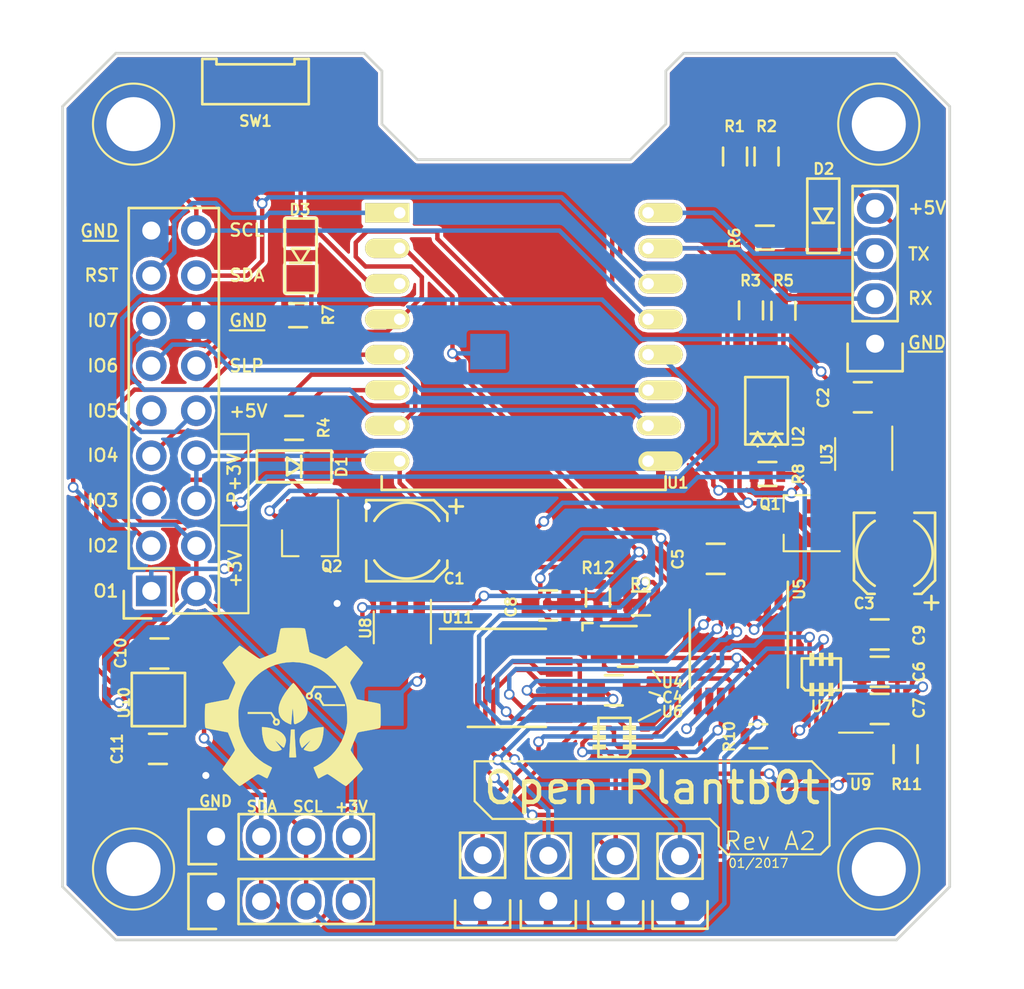
<source format=kicad_pcb>
(kicad_pcb (version 4) (host pcbnew 4.0.5)
  (layers (0 F.Cu signal) (31 B.Cu signal) (34 B.Paste user) (35 F.Paste user) (36 B.SilkS user) (37 F.SilkS user) (38 B.Mask user) (39 F.Mask user) (44 Edge.Cuts user))
  (net 0 "")
  (net 1 /PERM_3V3)
  (net 2 GND)
  (net 3 +5V)
  (net 4 +3V3)
  (net 5 "Net-(D1-Pad1)")
  (net 6 /GPIO_1)
  (net 7 "Net-(D2-Pad1)")
  (net 8 "Net-(D3-Pad1)")
  (net 9 /CH_PD)
  (net 10 /GPIO_2)
  (net 11 /GPIO_3)
  (net 12 /GPIO_4)
  (net 13 /GPIO_5)
  (net 14 /GPIO_6)
  (net 15 /SLEEP_CTRL)
  (net 16 /GPIO_7)
  (net 17 /ESP_RESET)
  (net 18 /I2C_DATA)
  (net 19 /I2C_CLOCK)
  (net 20 /FLASH_RX)
  (net 21 /FLASH_TX)
  (net 22 "/Sensor Mounts/SENSE_A")
  (net 23 "/Sensor Mounts/SENSE_B")
  (net 24 "/Sensor Mounts/SENSE_C")
  (net 25 "/Sensor Mounts/SENSE_D")
  (net 26 /SENSORS)
  (net 27 "/Sensor Mounts/GPIO_TRIG")
  (net 28 "Net-(R3-Pad2)")
  (net 29 "Net-(R5-Pad2)")
  (net 30 "Net-(R9-Pad1)")
  (net 31 "Net-(R10-Pad2)")
  (net 32 "Net-(R11-Pad2)")
  (net 33 "Net-(U3-Pad4)")
  (net 34 "/Sensor Mounts/SENABLE_C")
  (net 35 "/Sensor Mounts/SENABLE_D")
  (net 36 "/Sensor Mounts/SMUX_B")
  (net 37 "/Sensor Mounts/SMUX_A")
  (net 38 "/Sensor Mounts/SMUX_C")
  (net 39 "/Sensor Mounts/SENABLE_B")
  (net 40 "/Sensor Mounts/SENABLE_A")
  (net 41 "/Sensor Mounts/SENSOR_PWR")
  (net 42 "/Sensor Mounts/MUXED_SENSE")
  (net 43 "Net-(U9-Pad1)")
  (net 44 "Net-(U11-Pad1)")
  (net 45 "Net-(U11-Pad2)")
  (net 46 "Net-(U11-Pad4)")
  (net 47 "Net-(U11-Pad5)")
  (module Housings_SSOP:TSSOP-16_4.4x5mm_Pitch0.65mm (layer F.Cu) (at 163.6 104.15 270)
    (fp_text reference U5 (at -3.35 -3.45 270) (layer F.SilkS) (effects (font (size 0.6 0.6) (thickness 0.125))))
    (fp_text value "XRA1220(P)")
    (pad 1 smd rect (at -2.95 -2.275 270) (size 1.5 0.45) (layers F.Cu F.Paste F.Mask) (net 4 +3V3))
    (pad 2 smd rect (at -2.95 -1.625 270) (size 1.5 0.45) (layers F.Cu F.Paste F.Mask) (net 2 GND))
    (pad 3 smd rect (at -2.95 -0.975 270) (size 1.5 0.45) (layers F.Cu F.Paste F.Mask) (net 4 +3V3))
    (pad 4 smd rect (at -2.95 -0.325 270) (size 1.5 0.45) (layers F.Cu F.Paste F.Mask) (net 27 "/Sensor Mounts/GPIO_TRIG"))
    (pad 5 smd rect (at -2.95 0.325 270) (size 1.5 0.45) (layers F.Cu F.Paste F.Mask) (net 37 "/Sensor Mounts/SMUX_A"))
    (pad 6 smd rect (at -2.95 0.975 270) (size 1.5 0.45) (layers F.Cu F.Paste F.Mask) (net 36 "/Sensor Mounts/SMUX_B"))
    (pad 7 smd rect (at -2.95 1.625 270) (size 1.5 0.45) (layers F.Cu F.Paste F.Mask) (net 38 "/Sensor Mounts/SMUX_C"))
    (pad 8 smd rect (at -2.95 2.275 270) (size 1.5 0.45) (layers F.Cu F.Paste F.Mask) (net 2 GND))
    (pad 9 smd rect (at 2.95 2.275 270) (size 1.5 0.45) (layers F.Cu F.Paste F.Mask) (net 35 "/Sensor Mounts/SENABLE_D"))
    (pad 10 smd rect (at 2.95 1.625 270) (size 1.5 0.45) (layers F.Cu F.Paste F.Mask) (net 34 "/Sensor Mounts/SENABLE_C"))
    (pad 11 smd rect (at 2.95 0.975 270) (size 1.5 0.45) (layers F.Cu F.Paste F.Mask) (net 39 "/Sensor Mounts/SENABLE_B"))
    (pad 12 smd rect (at 2.95 0.325 270) (size 1.5 0.45) (layers F.Cu F.Paste F.Mask) (net 40 "/Sensor Mounts/SENABLE_A"))
    (pad 13 smd rect (at 2.95 -0.325 270) (size 1.5 0.45) (layers F.Cu F.Paste F.Mask) (net 4 +3V3))
    (pad 14 smd rect (at 2.95 -0.975 270) (size 1.5 0.45) (layers F.Cu F.Paste F.Mask) (net 19 /I2C_CLOCK))
    (pad 15 smd rect (at 2.95 -1.625 270) (size 1.5 0.45) (layers F.Cu F.Paste F.Mask) (net 18 /I2C_DATA))
    (pad 16 smd rect (at 2.95 -2.275 270) (size 1.5 0.45) (layers F.Cu F.Paste F.Mask) (net 31 "Net-(R10-Pad2)"))
  )
  (module Housings_SSOP:TSSOP-16_4.4x5mm_Pitch0.65mm (layer F.Cu) (at 150.565 105.835)
    (fp_text reference U11 (at -2.765 -3.435) (layer F.SilkS) (effects (font (size 0.6 0.6) (thickness 0.125))))
    (fp_text value "74HC(T)4051")
    (pad 1 smd rect (at -2.95 -2.275) (size 1.5 0.45) (layers F.Cu F.Paste F.Mask) (net 44 "Net-(U11-Pad1)"))
    (pad 2 smd rect (at -2.95 -1.625) (size 1.5 0.45) (layers F.Cu F.Paste F.Mask) (net 45 "Net-(U11-Pad2)"))
    (pad 3 smd rect (at -2.95 -0.975) (size 1.5 0.45) (layers F.Cu F.Paste F.Mask) (net 42 "/Sensor Mounts/MUXED_SENSE"))
    (pad 4 smd rect (at -2.95 -0.325) (size 1.5 0.45) (layers F.Cu F.Paste F.Mask) (net 46 "Net-(U11-Pad4)"))
    (pad 5 smd rect (at -2.95 0.325) (size 1.5 0.45) (layers F.Cu F.Paste F.Mask) (net 47 "Net-(U11-Pad5)"))
    (pad 6 smd rect (at -2.95 0.975) (size 1.5 0.45) (layers F.Cu F.Paste F.Mask) (net 2 GND))
    (pad 7 smd rect (at -2.95 1.625) (size 1.5 0.45) (layers F.Cu F.Paste F.Mask) (net 2 GND))
    (pad 8 smd rect (at -2.95 2.275) (size 1.5 0.45) (layers F.Cu F.Paste F.Mask) (net 2 GND))
    (pad 9 smd rect (at 2.95 2.275) (size 1.5 0.45) (layers F.Cu F.Paste F.Mask) (net 38 "/Sensor Mounts/SMUX_C"))
    (pad 10 smd rect (at 2.95 1.625) (size 1.5 0.45) (layers F.Cu F.Paste F.Mask) (net 36 "/Sensor Mounts/SMUX_B"))
    (pad 11 smd rect (at 2.95 0.975) (size 1.5 0.45) (layers F.Cu F.Paste F.Mask) (net 37 "/Sensor Mounts/SMUX_A"))
    (pad 12 smd rect (at 2.95 0.325) (size 1.5 0.45) (layers F.Cu F.Paste F.Mask) (net 25 "/Sensor Mounts/SENSE_D"))
    (pad 13 smd rect (at 2.95 -0.325) (size 1.5 0.45) (layers F.Cu F.Paste F.Mask) (net 24 "/Sensor Mounts/SENSE_C"))
    (pad 14 smd rect (at 2.95 -0.975) (size 1.5 0.45) (layers F.Cu F.Paste F.Mask) (net 23 "/Sensor Mounts/SENSE_B"))
    (pad 15 smd rect (at 2.95 -1.625) (size 1.5 0.45) (layers F.Cu F.Paste F.Mask) (net 22 "/Sensor Mounts/SENSE_A"))
    (pad 16 smd rect (at 2.95 -2.275) (size 1.5 0.45) (layers F.Cu F.Paste F.Mask) (net 4 +3V3))
  )
  (module Capacitors_SMD:c_elec_4x4.5 (layer F.Cu) (at 144.925 98.05 180)
    (fp_text reference C1 (at -2.675 -2.15 180) (layer F.SilkS) (effects (font (size 0.6 0.6) (thickness 0.125))))
    (fp_text value 4.7µF)
    (fp_text user + (at -2.7813 1.9939 360) (layer F.SilkS))
    (pad 1 smd rect (at -1.8 0) (size 2.6 1.6) (layers F.Cu F.Paste F.Mask) (net 1 /PERM_3V3))
    (pad 2 smd rect (at 1.8 0) (size 2.6 1.6) (layers F.Cu F.Paste F.Mask) (net 2 GND))
  )
  (module Capacitors_SMD:C_0805 (layer F.Cu) (at 170.625 89.975 180)
    (fp_text reference C2 (at 2.225 -0.025 270) (layer F.SilkS) (effects (font (size 0.6 0.6) (thickness 0.125))))
    (fp_text value 0.1µF)
    (pad 1 smd rect (at -1 0 180) (size 1 1.25) (layers F.Cu F.Paste F.Mask) (net 2 GND))
    (pad 2 smd rect (at 1 0 180) (size 1 1.25) (layers F.Cu F.Paste F.Mask) (net 3 +5V))
  )
  (module Capacitors_SMD:c_elec_4x4.5 (layer F.Cu) (at 172.425 98.775 90)
    (fp_text reference C3 (at -2.825 -1.725 180) (layer F.SilkS) (effects (font (size 0.6 0.6) (thickness 0.125))))
    (fp_text value 4.7µF)
    (fp_text user + (at -2.7813 1.9939 270) (layer F.SilkS))
    (pad 1 smd rect (at -1.8 0 270) (size 2.6 1.6) (layers F.Cu F.Paste F.Mask) (net 1 /PERM_3V3))
    (pad 2 smd rect (at 1.8 0 270) (size 2.6 1.6) (layers F.Cu F.Paste F.Mask) (net 2 GND))
  )
  (module Capacitors_SMD:C_0805 (layer F.Cu) (at 156.595 106.495)
    (fp_text reference C4 (at 3.305 0.405) (layer F.SilkS) (effects (font (size 0.6 0.6) (thickness 0.125))))
    (fp_text value 0.1µF)
    (pad 1 smd rect (at -1 0) (size 1 1.25) (layers F.Cu F.Paste F.Mask) (net 4 +3V3))
    (pad 2 smd rect (at 1 0) (size 1 1.25) (layers F.Cu F.Paste F.Mask) (net 2 GND))
  )
  (module Capacitors_SMD:C_0805 (layer F.Cu) (at 162.335 99.085)
    (fp_text reference C5 (at -2.135 0.015 90) (layer F.SilkS) (effects (font (size 0.6 0.6) (thickness 0.125))))
    (fp_text value 0.1µF)
    (pad 1 smd rect (at -1 0) (size 1 1.25) (layers F.Cu F.Paste F.Mask) (net 4 +3V3))
    (pad 2 smd rect (at 1 0) (size 1 1.25) (layers F.Cu F.Paste F.Mask) (net 2 GND))
  )
  (module Capacitors_SMD:C_0805 (layer F.Cu) (at 171.575 105.45)
    (fp_text reference C6 (at 2.225 0 90) (layer F.SilkS) (effects (font (size 0.6 0.6) (thickness 0.125))))
    (fp_text value 0.1µF)
    (pad 1 smd rect (at -1 0) (size 1 1.25) (layers F.Cu F.Paste F.Mask) (net 2 GND))
    (pad 2 smd rect (at 1 0) (size 1 1.25) (layers F.Cu F.Paste F.Mask) (net 4 +3V3))
  )
  (module Capacitors_SMD:C_0805 (layer F.Cu) (at 171.575 107.55)
    (fp_text reference C7 (at 2.225 -0.05 90) (layer F.SilkS) (effects (font (size 0.6 0.6) (thickness 0.125))))
    (fp_text value 0.1µF)
    (pad 1 smd rect (at -1 0) (size 1 1.25) (layers F.Cu F.Paste F.Mask) (net 2 GND))
    (pad 2 smd rect (at 1 0) (size 1 1.25) (layers F.Cu F.Paste F.Mask) (net 4 +3V3))
  )
  (module Capacitors_SMD:C_0805 (layer F.Cu) (at 152.895 101.715)
    (fp_text reference C8 (at -2.095 0.085 90) (layer F.SilkS) (effects (font (size 0.6 0.6) (thickness 0.125))))
    (fp_text value 0.1µF)
    (pad 1 smd rect (at -1 0) (size 1 1.25) (layers F.Cu F.Paste F.Mask) (net 4 +3V3))
    (pad 2 smd rect (at 1 0) (size 1 1.25) (layers F.Cu F.Paste F.Mask) (net 2 GND))
  )
  (module Capacitors_SMD:C_0805 (layer F.Cu) (at 171.575 103.35)
    (fp_text reference C9 (at 2.225 0.05 90) (layer F.SilkS) (effects (font (size 0.6 0.6) (thickness 0.125))))
    (fp_text value 0.1µF)
    (pad 1 smd rect (at -1 0) (size 1 1.25) (layers F.Cu F.Paste F.Mask) (net 2 GND))
    (pad 2 smd rect (at 1 0) (size 1 1.25) (layers F.Cu F.Paste F.Mask) (net 4 +3V3))
  )
  (module Capacitors_SMD:C_0805 (layer F.Cu) (at 130.985 104.425)
    (fp_text reference C10 (at -2.185 -0.025 90) (layer F.SilkS) (effects (font (size 0.6 0.6) (thickness 0.125))))
    (fp_text value 0.1µF)
    (pad 1 smd rect (at -1 0) (size 1 1.25) (layers F.Cu F.Paste F.Mask) (net 4 +3V3))
    (pad 2 smd rect (at 1 0) (size 1 1.25) (layers F.Cu F.Paste F.Mask) (net 2 GND))
  )
  (module Capacitors_SMD:C_0805 (layer F.Cu) (at 130.9 109.8 180)
    (fp_text reference C11 (at 2.3 0 450) (layer F.SilkS) (effects (font (size 0.6 0.6) (thickness 0.125))))
    (fp_text value 0.1µF)
    (pad 1 smd rect (at -1 0 180) (size 1 1.25) (layers F.Cu F.Paste F.Mask) (net 4 +3V3))
    (pad 2 smd rect (at 1 0 180) (size 1 1.25) (layers F.Cu F.Paste F.Mask) (net 2 GND))
  )
  (module base_types:knightbright_3216 (layer F.Cu) (at 138.575 93.875)
    (fp_text reference D1 (at 2.675 0.025 90) (layer F.SilkS) (effects (font (size 0.6 0.6) (thickness 0.125))))
    (fp_text value LED)
    (pad 1 smd rect (at 1.275 0) (size 1.5 1.6) (layers F.Cu F.Paste F.Mask) (net 5 "Net-(D1-Pad1)"))
    (pad 2 smd rect (at -1.275 0) (size 1.5 1.6) (layers F.Cu F.Paste F.Mask) (net 6 /GPIO_1))
  )
  (module base_types:knightbright_3216 (layer F.Cu) (at 168.395 79.745 270)
    (fp_text reference D2 (at -2.645 -0.03 360) (layer F.SilkS) (effects (font (size 0.6 0.6) (thickness 0.125))))
    (fp_text value LED)
    (pad 1 smd rect (at 1.275 0 270) (size 1.5 1.6) (layers F.Cu F.Paste F.Mask) (net 7 "Net-(D2-Pad1)"))
    (pad 2 smd rect (at -1.275 0 270) (size 1.5 1.6) (layers F.Cu F.Paste F.Mask) (net 3 +5V))
  )
  (module base_types:knightbright_3216 (layer F.Cu) (at 138.945 81.995 270)
    (fp_text reference D3 (at -2.595 0.045 540) (layer F.SilkS) (effects (font (size 0.6 0.6) (thickness 0.125))))
    (fp_text value LED)
    (pad 1 smd rect (at 1.275 0 270) (size 1.5 1.6) (layers F.Cu F.Paste F.Mask) (net 8 "Net-(D3-Pad1)"))
    (pad 2 smd rect (at -1.275 0 270) (size 1.5 1.6) (layers F.Cu F.Paste F.Mask) (net 9 /CH_PD))
  )
  (module Socket_Strips:Socket_Strip_Straight_2x09 (layer F.Cu) (at 130.525 100.895 90)
    (fp_text reference P1 hide)
    (fp_text value CONN_02X09)
    (pad 1 thru_hole rect (at 0 0 90) (size 1.7272 1.7272) (drill 1.016) (layers *.Cu *.Mask) (net 6 /GPIO_1))
    (pad 2 thru_hole oval (at 0 2.54 90) (size 1.7272 1.7272) (drill 1.016) (layers *.Cu *.Mask) (net 4 +3V3))
    (pad 3 thru_hole oval (at 2.54 0 90) (size 1.7272 1.7272) (drill 1.016) (layers *.Cu *.Mask) (net 10 /GPIO_2))
    (pad 4 thru_hole oval (at 2.54 2.54 90) (size 1.7272 1.7272) (drill 1.016) (layers *.Cu *.Mask) (net 4 +3V3))
    (pad 5 thru_hole oval (at 5.08 0 90) (size 1.7272 1.7272) (drill 1.016) (layers *.Cu *.Mask) (net 11 /GPIO_3))
    (pad 6 thru_hole oval (at 5.08 2.54 90) (size 1.7272 1.7272) (drill 1.016) (layers *.Cu *.Mask) (net 1 /PERM_3V3))
    (pad 7 thru_hole oval (at 7.62 0 90) (size 1.7272 1.7272) (drill 1.016) (layers *.Cu *.Mask) (net 12 /GPIO_4))
    (pad 8 thru_hole oval (at 7.62 2.54 90) (size 1.7272 1.7272) (drill 1.016) (layers *.Cu *.Mask) (net 1 /PERM_3V3))
    (pad 9 thru_hole oval (at 10.16 0 90) (size 1.7272 1.7272) (drill 1.016) (layers *.Cu *.Mask) (net 13 /GPIO_5))
    (pad 10 thru_hole oval (at 10.16 2.54 90) (size 1.7272 1.7272) (drill 1.016) (layers *.Cu *.Mask) (net 3 +5V))
    (pad 11 thru_hole oval (at 12.7 0 90) (size 1.7272 1.7272) (drill 1.016) (layers *.Cu *.Mask) (net 14 /GPIO_6))
    (pad 12 thru_hole oval (at 12.7 2.54 90) (size 1.7272 1.7272) (drill 1.016) (layers *.Cu *.Mask) (net 15 /SLEEP_CTRL))
    (pad 13 thru_hole oval (at 15.24 0 90) (size 1.7272 1.7272) (drill 1.016) (layers *.Cu *.Mask) (net 16 /GPIO_7))
    (pad 14 thru_hole oval (at 15.24 2.54 90) (size 1.7272 1.7272) (drill 1.016) (layers *.Cu *.Mask) (net 2 GND))
    (pad 15 thru_hole oval (at 17.78 0 90) (size 1.7272 1.7272) (drill 1.016) (layers *.Cu *.Mask) (net 17 /ESP_RESET))
    (pad 16 thru_hole oval (at 17.78 2.54 90) (size 1.7272 1.7272) (drill 1.016) (layers *.Cu *.Mask) (net 18 /I2C_DATA))
    (pad 17 thru_hole oval (at 20.32 0 90) (size 1.7272 1.7272) (drill 1.016) (layers *.Cu *.Mask) (net 2 GND))
    (pad 18 thru_hole oval (at 20.32 2.54 90) (size 1.7272 1.7272) (drill 1.016) (layers *.Cu *.Mask) (net 19 /I2C_CLOCK))
  )
  (module Connect:1pin (layer F.Cu) (at 129.525 116.575)
    (fp_text reference P2 hide)
    (fp_text value CONN_01X01)
    (pad 1 thru_hole circle (at 0 0) (size 4.064 4.064) (drill 3.048) (layers *.Cu *.Mask) (net 2 GND))
  )
  (module Connect:1pin (layer F.Cu) (at 171.525 74.575)
    (fp_text reference P3 hide)
    (fp_text value CONN_01X01)
    (pad 1 thru_hole circle (at 0 0) (size 4.064 4.064) (drill 3.048) (layers *.Cu *.Mask) (net 2 GND))
  )
  (module Connect:1pin (layer F.Cu) (at 171.525 116.575)
    (fp_text reference P4 hide)
    (fp_text value CONN_01X01)
    (pad 1 thru_hole circle (at 0 0) (size 4.064 4.064) (drill 3.048) (layers *.Cu *.Mask) (net 2 GND))
  )
  (module Connect:1pin (layer F.Cu) (at 129.525 74.575)
    (fp_text reference P5 hide)
    (fp_text value CONN_01X01)
    (pad 1 thru_hole circle (at 0 0) (size 4.064 4.064) (drill 3.048) (layers *.Cu *.Mask) (net 2 GND))
  )
  (module Socket_Strips:Socket_Strip_Straight_1x04 (layer F.Cu) (at 171.318333 86.955 90)
    (fp_text reference P6 hide)
    (fp_text value CONN_01X04)
    (pad 1 thru_hole rect (at 0 0 90) (size 1.7272 2.032) (drill 1.016) (layers *.Cu *.Mask) (net 2 GND))
    (pad 2 thru_hole oval (at 2.54 0 90) (size 1.7272 2.032) (drill 1.016) (layers *.Cu *.Mask) (net 20 /FLASH_RX))
    (pad 3 thru_hole oval (at 5.08 0 90) (size 1.7272 2.032) (drill 1.016) (layers *.Cu *.Mask) (net 21 /FLASH_TX))
    (pad 4 thru_hole oval (at 7.62 0 90) (size 1.7272 2.032) (drill 1.016) (layers *.Cu *.Mask) (net 3 +5V))
  )
  (module Socket_Strips:Socket_Strip_Straight_1x02 (layer F.Cu) (at 156.698598 118.392069 90)
    (fp_text reference P7 hide)
    (fp_text value CONN_01X02)
    (pad 1 thru_hole rect (at 0 0 90) (size 2.032 2.032) (drill 1.016) (layers *.Cu *.Mask) (net 2 GND))
    (pad 2 thru_hole oval (at 2.54 0 90) (size 2.032 2.032) (drill 1.016) (layers *.Cu *.Mask) (net 22 "/Sensor Mounts/SENSE_A"))
  )
  (module Socket_Strips:Socket_Strip_Straight_1x02 (layer F.Cu) (at 149.2 118.34 90)
    (fp_text reference P8 hide)
    (fp_text value CONN_01X02)
    (pad 1 thru_hole rect (at 0 0 90) (size 2.032 2.032) (drill 1.016) (layers *.Cu *.Mask) (net 2 GND))
    (pad 2 thru_hole oval (at 2.54 0 90) (size 2.032 2.032) (drill 1.016) (layers *.Cu *.Mask) (net 23 "/Sensor Mounts/SENSE_B"))
  )
  (module Socket_Strips:Socket_Strip_Straight_1x02 (layer F.Cu) (at 152.9 118.365 90)
    (fp_text reference P9 hide)
    (fp_text value CONN_01X02)
    (pad 1 thru_hole rect (at 0 0 90) (size 2.032 2.032) (drill 1.016) (layers *.Cu *.Mask) (net 2 GND))
    (pad 2 thru_hole oval (at 2.54 0 90) (size 2.032 2.032) (drill 1.016) (layers *.Cu *.Mask) (net 24 "/Sensor Mounts/SENSE_C"))
  )
  (module Socket_Strips:Socket_Strip_Straight_1x02 (layer F.Cu) (at 160.325 118.39 90)
    (fp_text reference P10 hide)
    (fp_text value CONN_01X02)
    (pad 1 thru_hole rect (at 0 0 90) (size 2.032 2.032) (drill 1.016) (layers *.Cu *.Mask) (net 2 GND))
    (pad 2 thru_hole oval (at 2.54 0 90) (size 2.032 2.032) (drill 1.016) (layers *.Cu *.Mask) (net 25 "/Sensor Mounts/SENSE_D"))
  )
  (module Socket_Strips:Socket_Strip_Straight_1x04 (layer F.Cu) (at 134.172576 118.40368)
    (fp_text reference P12 hide)
    (fp_text value CONN_01X04)
    (pad 1 thru_hole rect (at 0 0) (size 1.7272 2.032) (drill 1.016) (layers *.Cu *.Mask) (net 2 GND))
    (pad 2 thru_hole oval (at 2.54 0) (size 1.7272 2.032) (drill 1.016) (layers *.Cu *.Mask) (net 18 /I2C_DATA))
    (pad 3 thru_hole oval (at 5.08 0) (size 1.7272 2.032) (drill 1.016) (layers *.Cu *.Mask) (net 19 /I2C_CLOCK))
    (pad 4 thru_hole oval (at 7.62 0) (size 1.7272 2.032) (drill 1.016) (layers *.Cu *.Mask) (net 4 +3V3))
  )
  (module Socket_Strips:Socket_Strip_Straight_1x04 (layer F.Cu) (at 134.18 114.75)
    (fp_text reference P13 hide)
    (fp_text value CONN_01X04)
    (pad 1 thru_hole rect (at 0 0) (size 1.7272 2.032) (drill 1.016) (layers *.Cu *.Mask) (net 2 GND))
    (pad 2 thru_hole oval (at 2.54 0) (size 1.7272 2.032) (drill 1.016) (layers *.Cu *.Mask) (net 18 /I2C_DATA))
    (pad 3 thru_hole oval (at 5.08 0) (size 1.7272 2.032) (drill 1.016) (layers *.Cu *.Mask) (net 19 /I2C_CLOCK))
    (pad 4 thru_hole oval (at 7.62 0) (size 1.7272 2.032) (drill 1.016) (layers *.Cu *.Mask) (net 4 +3V3))
  )
  (module TO_SOT_Packages_SMD:SOT-23_Handsoldering (layer F.Cu) (at 166.925 97.075 180)
    (fp_text reference Q1 (at 1.525 1.075 180) (layer F.SilkS) (effects (font (size 0.6 0.6) (thickness 0.125))))
    (fp_text value BS170)
    (pad 1 smd rect (at -1.5 -0.95 180) (size 1.9 0.8) (layers F.Cu F.Paste F.Mask) (net 1 /PERM_3V3))
    (pad 2 smd rect (at -1.5 0.95 180) (size 1.9 0.8) (layers F.Cu F.Paste F.Mask) (net 15 /SLEEP_CTRL))
    (pad 3 smd rect (at 1.5 0 180) (size 1.9 0.8) (layers F.Cu F.Paste F.Mask) (net 4 +3V3))
  )
  (module TO_SOT_Packages_SMD:SOT-23_Handsoldering (layer F.Cu) (at 139.475 98.175 270)
    (fp_text reference Q2 (at 1.325 -1.225 540) (layer F.SilkS) (effects (font (size 0.6 0.6) (thickness 0.125))))
    (fp_text value BS170)
    (pad 1 smd rect (at -1.5 -0.95 270) (size 1.9 0.8) (layers F.Cu F.Paste F.Mask) (net 4 +3V3))
    (pad 2 smd rect (at -1.5 0.95 270) (size 1.9 0.8) (layers F.Cu F.Paste F.Mask) (net 27 "/Sensor Mounts/GPIO_TRIG"))
    (pad 3 smd rect (at 1.5 0 270) (size 1.9 0.8) (layers F.Cu F.Paste F.Mask) (net 6 /GPIO_1))
  )
  (module Resistors_SMD:R_0603 (layer F.Cu) (at 163.425 76.4 90)
    (fp_text reference R1 (at 1.7 -0.025 180) (layer F.SilkS) (effects (font (size 0.6 0.6) (thickness 0.125))))
    (fp_text value 10K)
    (pad 1 smd rect (at -0.75 0 90) (size 0.5 0.9) (layers F.Cu F.Paste F.Mask) (net 1 /PERM_3V3))
    (pad 2 smd rect (at 0.75 0 90) (size 0.5 0.9) (layers F.Cu F.Paste F.Mask) (net 18 /I2C_DATA))
  )
  (module Resistors_SMD:R_0603 (layer F.Cu) (at 165.2 76.4 90)
    (fp_text reference R2 (at 1.7 0 180) (layer F.SilkS) (effects (font (size 0.6 0.6) (thickness 0.125))))
    (fp_text value 10K)
    (pad 1 smd rect (at -0.75 0 90) (size 0.5 0.9) (layers F.Cu F.Paste F.Mask) (net 1 /PERM_3V3))
    (pad 2 smd rect (at 0.75 0 90) (size 0.5 0.9) (layers F.Cu F.Paste F.Mask) (net 19 /I2C_CLOCK))
  )
  (module Resistors_SMD:R_0603 (layer F.Cu) (at 164.325 85.075 270)
    (fp_text reference R3 (at -1.675 0.025 360) (layer F.SilkS) (effects (font (size 0.6 0.6) (thickness 0.125))))
    (fp_text value 220)
    (pad 1 smd rect (at -0.75 0 270) (size 0.5 0.9) (layers F.Cu F.Paste F.Mask) (net 2 GND))
    (pad 2 smd rect (at 0.75 0 270) (size 0.5 0.9) (layers F.Cu F.Paste F.Mask) (net 28 "Net-(R3-Pad2)"))
  )
  (module Resistors_SMD:R_0603 (layer F.Cu) (at 138.575 91.7)
    (fp_text reference R4 (at 1.675 0 90) (layer F.SilkS) (effects (font (size 0.6 0.6) (thickness 0.125))))
    (fp_text value 220)
    (pad 1 smd rect (at -0.75 0) (size 0.5 0.9) (layers F.Cu F.Paste F.Mask) (net 2 GND))
    (pad 2 smd rect (at 0.75 0) (size 0.5 0.9) (layers F.Cu F.Paste F.Mask) (net 5 "Net-(D1-Pad1)"))
  )
  (module Resistors_SMD:R_0603 (layer F.Cu) (at 166.15 85.1 270)
    (fp_text reference R5 (at -1.7 0 360) (layer F.SilkS) (effects (font (size 0.6 0.6) (thickness 0.125))))
    (fp_text value 220)
    (pad 1 smd rect (at -0.75 0 270) (size 0.5 0.9) (layers F.Cu F.Paste F.Mask) (net 2 GND))
    (pad 2 smd rect (at 0.75 0 270) (size 0.5 0.9) (layers F.Cu F.Paste F.Mask) (net 29 "Net-(R5-Pad2)"))
  )
  (module Resistors_SMD:R_0603 (layer F.Cu) (at 165.105 80.975)
    (fp_text reference R6 (at -1.705 0.025 90) (layer F.SilkS) (effects (font (size 0.6 0.6) (thickness 0.125))))
    (fp_text value 220)
    (pad 1 smd rect (at -0.75 0) (size 0.5 0.9) (layers F.Cu F.Paste F.Mask) (net 2 GND))
    (pad 2 smd rect (at 0.75 0) (size 0.5 0.9) (layers F.Cu F.Paste F.Mask) (net 7 "Net-(D2-Pad1)"))
  )
  (module Resistors_SMD:R_0603 (layer F.Cu) (at 138.8 85.35)
    (fp_text reference R7 (at 1.705 -0.015 90) (layer F.SilkS) (effects (font (size 0.6 0.6) (thickness 0.125))))
    (fp_text value 220)
    (pad 1 smd rect (at -0.75 0) (size 0.5 0.9) (layers F.Cu F.Paste F.Mask) (net 2 GND))
    (pad 2 smd rect (at 0.75 0) (size 0.5 0.9) (layers F.Cu F.Paste F.Mask) (net 8 "Net-(D3-Pad1)"))
  )
  (module Resistors_SMD:R_0603 (layer F.Cu) (at 165.25 94.3 180)
    (fp_text reference R8 (at -1.75 0 270) (layer F.SilkS) (effects (font (size 0.6 0.6) (thickness 0.125))))
    (fp_text value 10K)
    (pad 1 smd rect (at -0.75 0 180) (size 0.5 0.9) (layers F.Cu F.Paste F.Mask) (net 15 /SLEEP_CTRL))
    (pad 2 smd rect (at 0.75 0 180) (size 0.5 0.9) (layers F.Cu F.Paste F.Mask) (net 2 GND))
  )
  (module Resistors_SMD:R_0603 (layer F.Cu) (at 158.125 101.6 180)
    (fp_text reference R9 (at 0.025 1.1 180) (layer F.SilkS) (effects (font (size 0.6 0.6) (thickness 0.125))))
    (fp_text value 100K)
    (pad 1 smd rect (at -0.75 0 180) (size 0.5 0.9) (layers F.Cu F.Paste F.Mask) (net 30 "Net-(R9-Pad1)"))
    (pad 2 smd rect (at 0.75 0 180) (size 0.5 0.9) (layers F.Cu F.Paste F.Mask) (net 2 GND))
  )
  (module Resistors_SMD:R_0603 (layer F.Cu) (at 164.735 109.085)
    (fp_text reference R10 (at -1.635 0.015 270) (layer F.SilkS) (effects (font (size 0.6 0.6) (thickness 0.125))))
    (fp_text value 10K)
    (pad 1 smd rect (at -0.75 0) (size 0.5 0.9) (layers F.Cu F.Paste F.Mask) (net 4 +3V3))
    (pad 2 smd rect (at 0.75 0) (size 0.5 0.9) (layers F.Cu F.Paste F.Mask) (net 31 "Net-(R10-Pad2)"))
  )
  (module Resistors_SMD:R_0603 (layer F.Cu) (at 173.035 110.095 270)
    (fp_text reference R11 (at 1.705 -0.065 540) (layer F.SilkS) (effects (font (size 0.6 0.6) (thickness 0.125))))
    (fp_text value R)
    (pad 1 smd rect (at -0.75 0 270) (size 0.5 0.9) (layers F.Cu F.Paste F.Mask) (net 4 +3V3))
    (pad 2 smd rect (at 0.75 0 270) (size 0.5 0.9) (layers F.Cu F.Paste F.Mask) (net 32 "Net-(R11-Pad2)"))
  )
  (module Resistors_SMD:R_0603 (layer F.Cu) (at 155.7 101.275 270)
    (fp_text reference R12 (at -1.675 0 360) (layer F.SilkS) (effects (font (size 0.65 0.65) (thickness 0.125))))
    (fp_text value 100K)
    (pad 1 smd rect (at -0.75 0 270) (size 0.5 0.9) (layers F.Cu F.Paste F.Mask) (net 6 /GPIO_1))
    (pad 2 smd rect (at 0.75 0 270) (size 0.5 0.9) (layers F.Cu F.Paste F.Mask) (net 2 GND))
  )
  (module ESP8266:ESP-12 (layer F.Cu) (at 144.525 79.575)
    (fp_text reference U1 (at 15.675 15.225) (layer F.SilkS) (effects (font (size 0.6 0.6) (thickness 0.125))))
    (fp_text value ESP-12)
    (pad 1 thru_hole rect (at 0 0) (size 2.5 1.1) (drill 0.65 (offset -0.7 0)) (layers *.Cu *.Mask F.SilkS) (net 17 /ESP_RESET))
    (pad 2 thru_hole oval (at 0 2) (size 2.5 1.1) (drill 0.65 (offset -0.7 0)) (layers *.Cu *.Mask F.SilkS) (net 26 /SENSORS))
    (pad 3 thru_hole oval (at 0 4) (size 2.5 1.1) (drill 0.65 (offset -0.7 0)) (layers *.Cu *.Mask F.SilkS) (net 9 /CH_PD))
    (pad 4 thru_hole oval (at 0 6) (size 2.5 1.1) (drill 0.65 (offset -0.7 0)) (layers *.Cu *.Mask F.SilkS) (net 15 /SLEEP_CTRL))
    (pad 5 thru_hole oval (at 0 8) (size 2.5 1.1) (drill 0.65 (offset -0.7 0)) (layers *.Cu *.Mask F.SilkS) (net 10 /GPIO_2))
    (pad 6 thru_hole oval (at 0 10) (size 2.5 1.1) (drill 0.65 (offset -0.7 0)) (layers *.Cu *.Mask F.SilkS) (net 11 /GPIO_3))
    (pad 7 thru_hole oval (at 0 12) (size 2.5 1.1) (drill 0.65 (offset -0.7 0)) (layers *.Cu *.Mask F.SilkS) (net 12 /GPIO_4))
    (pad 8 thru_hole oval (at 0 14) (size 2.5 1.1) (drill 0.65 (offset -0.7 0)) (layers *.Cu *.Mask F.SilkS) (net 1 /PERM_3V3))
    (pad 9 thru_hole oval (at 14 14) (size 2.5 1.1) (drill 0.65 (offset 0.7 0)) (layers *.Cu *.Mask F.SilkS) (net 2 GND))
    (pad 10 thru_hole oval (at 14 12) (size 2.5 1.1) (drill 0.65 (offset 0.6 0)) (layers *.Cu *.Mask F.SilkS) (net 16 /GPIO_7))
    (pad 11 thru_hole oval (at 14 10) (size 2.5 1.1) (drill 0.65 (offset 0.7 0)) (layers *.Cu *.Mask F.SilkS) (net 14 /GPIO_6))
    (pad 12 thru_hole oval (at 14 8) (size 2.5 1.1) (drill 0.65 (offset 0.7 0)) (layers *.Cu *.Mask F.SilkS) (net 13 /GPIO_5))
    (pad 13 thru_hole oval (at 14 6) (size 2.5 1.1) (drill 0.65 (offset 0.7 0)) (layers *.Cu *.Mask F.SilkS) (net 19 /I2C_CLOCK))
    (pad 14 thru_hole oval (at 14 4) (size 2.5 1.1) (drill 0.65 (offset 0.7 0)) (layers *.Cu *.Mask F.SilkS) (net 18 /I2C_DATA))
    (pad 15 thru_hole oval (at 14 2) (size 2.5 1.1) (drill 0.65 (offset 0.7 0)) (layers *.Cu *.Mask F.SilkS) (net 20 /FLASH_RX))
    (pad 16 thru_hole oval (at 14 0) (size 2.5 1.1) (drill 0.65 (offset 0.7 0)) (layers *.Cu *.Mask F.SilkS) (net 21 /FLASH_TX))
  )
  (module kookie_sml:SML-521 (layer F.Cu) (at 165.2 90.4375 270)
    (fp_text reference U2 (at 1.7625 -1.8 270) (layer F.SilkS) (effects (font (size 0.6 0.6) (thickness 0.125))))
    (fp_text value LED_x2)
    (pad 2 smd rect (at -0.7625 -0.45 270) (size 0.925 0.4) (layers F.Cu F.Paste F.Mask) (net 29 "Net-(R5-Pad2)"))
    (pad 1 smd rect (at 0.7625 -0.45 270) (size 0.925 0.4) (layers F.Cu F.Paste F.Mask) (net 1 /PERM_3V3))
    (pad 4 smd rect (at -0.7625 0.45 270) (size 0.925 0.4) (layers F.Cu F.Paste F.Mask) (net 28 "Net-(R3-Pad2)"))
    (pad 3 smd rect (at 0.7625 0.45 270) (size 0.925 0.4) (layers F.Cu F.Paste F.Mask) (net 20 /FLASH_RX))
  )
  (module TO_SOT_Packages_SMD:SOT-23-5 (layer F.Cu) (at 170.675 93.175 270)
    (fp_text reference U3 (at 0.025 2.075 270) (layer F.SilkS) (effects (font (size 0.6 0.6) (thickness 0.125))))
    (fp_text value ZXCL5213)
    (pad 1 smd rect (at -1.1 -0.95 270) (size 1.06 0.65) (layers F.Cu F.Paste F.Mask) (net 3 +5V))
    (pad 2 smd rect (at -1.1 0 270) (size 1.06 0.65) (layers F.Cu F.Paste F.Mask) (net 2 GND))
    (pad 3 smd rect (at -1.1 0.95 270) (size 1.06 0.65) (layers F.Cu F.Paste F.Mask) (net 3 +5V))
    (pad 4 smd rect (at 1.1 0.95 270) (size 1.06 0.65) (layers F.Cu F.Paste F.Mask) (net 33 "Net-(U3-Pad4)"))
    (pad 5 smd rect (at 1.1 -0.95 270) (size 1.06 0.65) (layers F.Cu F.Paste F.Mask) (net 1 /PERM_3V3))
  )
  (module TO_SOT_Packages_SMD:SC-70-6_Handsoldering (layer F.Cu) (at 157.375 104.025 270)
    (fp_text reference U4 (at 2.025 -2.525 360) (layer F.SilkS) (effects (font (size 0.6 0.6) (thickness 0.125))))
    (fp_text value "MCP4017 100K")
    (pad 1 smd rect (at -0.65024 1.33096 270) (size 0.39878 1.50114) (layers F.Cu F.Paste F.Mask) (net 4 +3V3))
    (pad 2 smd rect (at 0 1.33096 270) (size 0.39878 1.50114) (layers F.Cu F.Paste F.Mask) (net 2 GND))
    (pad 3 smd rect (at 0.65024 1.33096 270) (size 0.39878 1.50114) (layers F.Cu F.Paste F.Mask) (net 19 /I2C_CLOCK))
    (pad 4 smd rect (at 0.65024 -1.33096 270) (size 0.39878 1.50114) (layers F.Cu F.Paste F.Mask) (net 18 /I2C_DATA))
    (pad 5 smd rect (at 0 -1.33096 270) (size 0.39878 1.50114) (layers F.Cu F.Paste F.Mask) (net 26 /SENSORS))
    (pad 6 smd rect (at -0.65024 -1.33096 270) (size 0.39878 1.50114) (layers F.Cu F.Paste F.Mask) (net 30 "Net-(R9-Pad1)"))
  )
  (module TO_SOT_Packages_SMD:SOT-23-5 (layer F.Cu) (at 144.675 102.95 270)
    (fp_text reference U8 (at 0.05 2.075 270) (layer F.SilkS) (effects (font (size 0.6 0.6) (thickness 0.125))))
    (fp_text value MCP6001)
    (pad 1 smd rect (at -1.1 -0.95 270) (size 1.06 0.65) (layers F.Cu F.Paste F.Mask) (net 26 /SENSORS))
    (pad 2 smd rect (at -1.1 0 270) (size 1.06 0.65) (layers F.Cu F.Paste F.Mask) (net 2 GND))
    (pad 3 smd rect (at -1.1 0.95 270) (size 1.06 0.65) (layers F.Cu F.Paste F.Mask) (net 42 "/Sensor Mounts/MUXED_SENSE"))
    (pad 4 smd rect (at 1.1 0.95 270) (size 1.06 0.65) (layers F.Cu F.Paste F.Mask) (net 30 "Net-(R9-Pad1)"))
    (pad 5 smd rect (at 1.1 -0.95 270) (size 1.06 0.65) (layers F.Cu F.Paste F.Mask) (net 4 +3V3))
  )
  (module TO_SOT_Packages_SMD:SOT-353 (layer F.Cu) (at 170.485 110.045)
    (fp_text reference U9 (at 0.015 1.755) (layer F.SilkS) (effects (font (size 0.6 0.6) (thickness 0.125))))
    (fp_text value PSSI2021SAY)
    (pad 1 smd rect (at -0.95 -0.65) (size 0.6 0.42) (layers F.Cu F.Paste F.Mask) (net 43 "Net-(U9-Pad1)"))
    (pad 3 smd rect (at -0.95 0.65) (size 0.6 0.42) (layers F.Cu F.Paste F.Mask) (net 2 GND))
    (pad 5 smd rect (at 0.95 -0.65) (size 0.6 0.42) (layers F.Cu F.Paste F.Mask) (net 4 +3V3))
    (pad 2 smd rect (at -0.95 0) (size 0.6 0.42) (layers F.Cu F.Paste F.Mask) (net 41 "/Sensor Mounts/SENSOR_PWR"))
    (pad 4 smd rect (at 0.95 0.65) (size 0.6 0.42) (layers F.Cu F.Paste F.Mask) (net 32 "Net-(R11-Pad2)"))
  )
  (module base_types:BME280 (layer F.Cu) (at 130.925 107.02)
    (fp_text reference U10 (at -1.925 0.18 90) (layer F.SilkS) (effects (font (size 0.6 0.6) (thickness 0.125))))
    (fp_text value BMP280)
    (pad 1 smd rect (at 0.975 -0.98) (size 0.35 0.35) (layers F.Cu F.Paste F.Mask) (net 2 GND))
    (pad 2 smd rect (at 0.325 -0.98) (size 0.35 0.35) (layers F.Cu F.Paste F.Mask) (net 4 +3V3))
    (pad 3 smd rect (at -0.325 -0.98) (size 0.35 0.35) (layers F.Cu F.Paste F.Mask) (net 18 /I2C_DATA))
    (pad 4 smd rect (at -0.975 -0.98) (size 0.35 0.35) (layers F.Cu F.Paste F.Mask) (net 19 /I2C_CLOCK))
    (pad 5 smd rect (at -0.975 0.98) (size 0.35 0.35) (layers F.Cu F.Paste F.Mask) (net 2 GND))
    (pad 6 smd rect (at -0.325 0.98) (size 0.35 0.35) (layers F.Cu F.Paste F.Mask) (net 4 +3V3))
    (pad 7 smd rect (at 0.325 0.98) (size 0.35 0.35) (layers F.Cu F.Paste F.Mask) (net 2 GND))
    (pad 8 smd rect (at 0.975 0.98) (size 0.35 0.35) (layers F.Cu F.Paste F.Mask) (net 4 +3V3))
  )
  (module base_types:sot666 (layer F.Cu) (at 156.625 109.1525 180)
    (fp_text reference U6 (at -3.275 1.4525 180) (layer F.SilkS) (effects (font (size 0.6 0.6) (thickness 0.125))))
    (fp_text value FC6946010R hide)
    (pad 1 smd rect (at -0.85 -0.5375 180) (size 0.75 0.275) (layers F.Cu F.Paste F.SilkS F.Mask) (net 41 "/Sensor Mounts/SENSOR_PWR"))
    (pad 2 smd rect (at -0.85 0 180) (size 0.75 0.275) (layers F.Cu F.Paste F.SilkS F.Mask) (net 40 "/Sensor Mounts/SENABLE_A"))
    (pad 3 smd rect (at -0.85 0.5375 180) (size 0.75 0.275) (layers F.Cu F.Paste F.SilkS F.Mask) (net 23 "/Sensor Mounts/SENSE_B"))
    (pad 4 smd rect (at 0.85 0.5375 180) (size 0.75 0.275) (layers F.Cu F.Paste F.SilkS F.Mask) (net 41 "/Sensor Mounts/SENSOR_PWR"))
    (pad 5 smd rect (at 0.85 0 180) (size 0.75 0.275) (layers F.Cu F.Paste F.SilkS F.Mask) (net 39 "/Sensor Mounts/SENABLE_B"))
    (pad 6 smd rect (at 0.85 -0.5375 180) (size 0.75 0.275) (layers F.Cu F.Paste F.SilkS F.Mask) (net 22 "/Sensor Mounts/SENSE_A"))
  )
  (module base_types:sot666 (layer F.Cu) (at 168.2875 105.6 90)
    (fp_text reference U7 (at -1.8 0.0125 180) (layer F.SilkS) (effects (font (size 0.6 0.6) (thickness 0.125))))
    (fp_text value FC6946010R hide)
    (pad 1 smd rect (at -0.85 -0.5375 90) (size 0.75 0.275) (layers F.Cu F.Paste F.SilkS F.Mask) (net 41 "/Sensor Mounts/SENSOR_PWR"))
    (pad 2 smd rect (at -0.85 0 90) (size 0.75 0.275) (layers F.Cu F.Paste F.SilkS F.Mask) (net 34 "/Sensor Mounts/SENABLE_C"))
    (pad 3 smd rect (at -0.85 0.5375 90) (size 0.75 0.275) (layers F.Cu F.Paste F.SilkS F.Mask) (net 25 "/Sensor Mounts/SENSE_D"))
    (pad 4 smd rect (at 0.85 0.5375 90) (size 0.75 0.275) (layers F.Cu F.Paste F.SilkS F.Mask) (net 41 "/Sensor Mounts/SENSOR_PWR"))
    (pad 5 smd rect (at 0.85 0 90) (size 0.75 0.275) (layers F.Cu F.Paste F.SilkS F.Mask) (net 35 "/Sensor Mounts/SENABLE_D"))
    (pad 6 smd rect (at 0.85 -0.5375 90) (size 0.75 0.275) (layers F.Cu F.Paste F.SilkS F.Mask) (net 24 "/Sensor Mounts/SENSE_C"))
  )
  (module plantbot_kicad:plantbot_icon (layer F.Cu) (at 138.5 107.45)
    (fp_text reference G*** hide)
    (fp_text value LOGO hide)
  )
  (module base_types:1pin-SMD (layer B.Cu) (at 149.5 87.4)
    (fp_text reference P11 hide)
    (fp_text value CONN_01X01)
    (pad 1 connect rect (at 0 0) (size 2 2) (layers B.Cu B.Mask) (net 26 /SENSORS))
  )
  (module base_types:1pin-SMD (layer B.Cu) (at 143.75 107.5)
    (fp_text reference P14 hide)
    (fp_text value CONN_01X01)
    (pad 1 connect rect (at 0 0) (size 2 2) (layers B.Cu B.Mask) (net 42 "/Sensor Mounts/MUXED_SENSE"))
  )
  (module base_types:SSAJ120100 (layer F.Cu) (at 136.4 72.2 180)
    (fp_text reference SW1 (at 0 -2.2 180) (layer F.SilkS) (effects (font (size 0.6 0.6) (thickness 0.125))))
    (fp_text value SWITCH_INV)
    (pad 1 smd rect (at 2.75 0 180) (size 0.75 0.4) (layers F.Cu F.Paste F.Mask) (net 4 +3V3))
    (pad 2 smd rect (at -2.75 0 180) (size 0.75 0.4) (layers F.Cu F.Paste F.Mask) (net 9 /CH_PD))
    (pad 3 smd rect (at -1 -1.25 180) (size 0.4 0.4) (layers F.Cu F.Paste F.Mask) (net 2 GND))
    (pad 3 smd rect (at 0 -1.25 180) (size 0.4 0.4) (layers F.Cu F.Paste F.Mask) (net 2 GND))
    (pad 3 smd rect (at 1 -1.25 180) (size 0.4 0.4) (layers F.Cu F.Paste F.Mask) (net 2 GND))
  )
  (gr_text +3V (at 141.8 113.05) (layer F.SilkS) (effects (font (size 0.6 0.6) (thickness 0.125))))
  (gr_text SCL (at 139.35 113.05) (layer F.SilkS) (effects (font (size 0.6 0.6) (thickness 0.125))))
  (gr_text SDA (at 136.75 113.05) (layer F.SilkS) (effects (font (size 0.6 0.6) (thickness 0.125))))
  (gr_text GND (at 134.15 112.75 360) (layer F.SilkS) (effects (font (size 0.6 0.6) (thickness 0.125))))
  (gr_line (start 173.2 87.4) (end 175.1 87.4) (layer F.SilkS) (width 0.125))
  (gr_text GND (at 173.1 86.9) (layer F.SilkS) (effects (font (size 0.7 0.7) (thickness 0.125)) (justify left)))
  (gr_text RX (at 173.1 84.4) (layer F.SilkS) (effects (font (size 0.7 0.7) (thickness 0.125)) (justify left)))
  (gr_text TX (at 173.1 81.9) (layer F.SilkS) (effects (font (size 0.7 0.7) (thickness 0.125)) (justify left)))
  (gr_text +5V (at 173.1 79.3) (layer F.SilkS) (effects (font (size 0.7 0.7) (thickness 0.125)) (justify left)))
  (gr_line (start 168.75 111.5) (end 167.75 110.5) (layer F.SilkS) (width 0.125))
  (gr_line (start 136 92.05) (end 134.35 92.05) (layer F.SilkS) (width 0.125))
  (gr_line (start 136 97.2) (end 136 92.05) (layer F.SilkS) (width 0.125))
  (gr_line (start 136 97.2) (end 134.35 97.2) (layer F.SilkS) (width 0.125))
  (gr_line (start 136 102.15) (end 136 97.2) (layer F.SilkS) (width 0.125))
  (gr_line (start 134.35 102.15) (end 136 102.15) (layer F.SilkS) (width 0.125))
  (gr_line (start 134.95 86.2) (end 136.9 86.2) (layer F.SilkS) (width 0.125))
  (gr_text SCL (at 134.85 80.55) (layer F.SilkS) (effects (font (size 0.7 0.7) (thickness 0.125)) (justify left)))
  (gr_text SDA (at 134.85 83.1) (layer F.SilkS) (effects (font (size 0.7 0.7) (thickness 0.125)) (justify left)))
  (gr_text GND (at 134.85 85.65) (layer F.SilkS) (effects (font (size 0.7 0.7) (thickness 0.125)) (justify left)))
  (gr_text SLP (at 134.85 88.2) (layer F.SilkS) (effects (font (size 0.7 0.7) (thickness 0.125)) (justify left)))
  (gr_text +5V (at 134.85 90.75) (layer F.SilkS) (effects (font (size 0.7 0.7) (thickness 0.125)) (justify left)))
  (gr_text P+3V (at 135.2 94.55 90) (layer F.SilkS) (effects (font (size 0.7 0.7) (thickness 0.125))))
  (gr_text +3V (at 135.25 99.65 90) (layer F.SilkS) (effects (font (size 0.7 0.7) (thickness 0.125))))
  (gr_text O1 (at 128.75 100.9) (layer F.SilkS) (effects (font (size 0.7 0.7) (thickness 0.125)) (justify right)))
  (gr_text IO2 (at 128.75 98.35) (layer F.SilkS) (effects (font (size 0.7 0.7) (thickness 0.125)) (justify right)))
  (gr_text IO3 (at 128.75 95.8) (layer F.SilkS) (effects (font (size 0.7 0.7) (thickness 0.125)) (justify right)))
  (gr_text IO4 (at 128.75 93.25) (layer F.SilkS) (effects (font (size 0.7 0.7) (thickness 0.125)) (justify right)))
  (gr_text IO5 (at 128.75 90.75) (layer F.SilkS) (effects (font (size 0.7 0.7) (thickness 0.125)) (justify right)))
  (gr_text IO6 (at 128.75 88.2) (layer F.SilkS) (effects (font (size 0.7 0.7) (thickness 0.125)) (justify right)))
  (gr_text IO7 (at 128.75 85.65) (layer F.SilkS) (effects (font (size 0.7 0.7) (thickness 0.125)) (justify right)))
  (gr_text RST (at 128.75 83.1) (layer F.SilkS) (effects (font (size 0.7 0.7) (thickness 0.125)) (justify right)))
  (gr_line (start 128.65 81.15) (end 126.7 81.15) (layer F.SilkS) (width 0.125))
  (gr_text GND (at 128.75 80.6) (layer F.SilkS) (effects (font (size 0.7 0.7) (thickness 0.125)) (justify right)))
  (gr_text 01/2017 (at 163 116.25) (layer F.SilkS) (effects (font (size 0.5 0.5) (thickness 0.075)) (justify left)))
  (gr_text "Rev A2" (at 165.4 115) (layer F.SilkS) (effects (font (size 1 1) (thickness 0.1))))
  (gr_line (start 148.75 112.75) (end 148.75 110.5) (layer F.SilkS) (width 0.125))
  (gr_line (start 149.75 113.75) (end 148.75 112.75) (layer F.SilkS) (width 0.125))
  (gr_line (start 162 113.75) (end 149.75 113.75) (layer F.SilkS) (width 0.125))
  (gr_line (start 162.5 114.25) (end 162 113.75) (layer F.SilkS) (width 0.125))
  (gr_line (start 162.5 115.25) (end 162.5 114.25) (layer F.SilkS) (width 0.125))
  (gr_line (start 163 115.75) (end 162.5 115.25) (layer F.SilkS) (width 0.125))
  (gr_line (start 168.25 115.75) (end 163 115.75) (layer F.SilkS) (width 0.125))
  (gr_line (start 168.75 115.25) (end 168.25 115.75) (layer F.SilkS) (width 0.125))
  (gr_line (start 168.75 111.5) (end 168.75 115.25) (layer F.SilkS) (width 0.125))
  (gr_line (start 148.75 110.5) (end 167.75 110.5) (layer F.SilkS) (width 0.125))
  (gr_text "Open Plantb0t" (at 158.75 112) (layer F.SilkS) (effects (font (size 1.75 1.75) (thickness 0.25))))
  (gr_line (start 159.2 107.6) (end 158 108.2) (layer F.SilkS) (width 0.125))
  (gr_line (start 159.2 106.8) (end 158.6 106.6) (layer F.SilkS) (width 0.125))
  (gr_line (start 159.2 106) (end 158.8 105.4) (layer F.SilkS) (width 0.125))
  (gr_line (start 142.525 70.575) (end 128.525 70.575) (layer Edge.Cuts) (width 0.15))
  (gr_line (start 172.525 70.575) (end 160.525 70.575) (layer Edge.Cuts) (width 0.15))
  (gr_line (start 159.525 71.575) (end 160.525 70.575) (layer Edge.Cuts) (width 0.15))
  (gr_line (start 159.525 74.575) (end 159.525 71.575) (layer Edge.Cuts) (width 0.15))
  (gr_line (start 157.525 76.575) (end 159.525 74.575) (layer Edge.Cuts) (width 0.15))
  (gr_line (start 145.525 76.575) (end 157.525 76.575) (layer Edge.Cuts) (width 0.15))
  (gr_line (start 143.525 74.575) (end 145.525 76.575) (layer Edge.Cuts) (width 0.15))
  (gr_line (start 143.525 71.575) (end 143.525 74.575) (layer Edge.Cuts) (width 0.15))
  (gr_line (start 142.525 70.575) (end 143.525 71.575) (layer Edge.Cuts) (width 0.15))
  (gr_line (start 125.525 117.575) (end 128.525 120.575) (layer Edge.Cuts) (width 0.15))
  (gr_line (start 175.525 117.575) (end 172.525 120.575) (layer Edge.Cuts) (width 0.15))
  (gr_line (start 175.525 73.575) (end 172.525 70.575) (layer Edge.Cuts) (width 0.15))
  (gr_line (start 128.525 70.575) (end 125.525 73.575) (layer Edge.Cuts) (width 0.15))
  (gr_line (start 125.525 117.575) (end 125.525 73.575) (layer Edge.Cuts) (width 0.15))
  (gr_line (start 172.525 120.575) (end 128.525 120.575) (layer Edge.Cuts) (width 0.15))
  (gr_line (start 175.525 73.575) (end 175.525 117.575) (layer Edge.Cuts) (width 0.15))
  (segment (start 152.65 96.975) (end 153.7 95.925) (width 0.25) (layer B.Cu) (net 1))
  (segment (start 153.7 95.925) (end 164.15 95.925) (width 0.25) (layer B.Cu) (net 1))
  (segment (start 152.65 96.975) (end 151.575 98.05) (width 0.25) (layer F.Cu) (net 1))
  (segment (start 151.575 98.05) (end 146.725 98.05) (width 0.25) (layer F.Cu) (net 1))
  (segment (start 152.7 96.925) (end 152.65 96.975) (width 0.25) (layer B.Cu) (net 1))
  (via (at 152.65 96.975) (size 0.6) (drill 0.4) (layers F.Cu B.Cu) (net 1))
  (segment (start 133.065 93.275) (end 133.065 94.496314) (width 0.25) (layer B.Cu) (net 1))
  (segment (start 133.065 94.496314) (end 133.065 95.815) (width 0.25) (layer B.Cu) (net 1))
  (segment (start 133.065 93.275) (end 144.225 93.275) (width 0.25) (layer B.Cu) (net 1))
  (segment (start 144.225 93.275) (end 144.525 93.575) (width 0.25) (layer B.Cu) (net 1))
  (segment (start 146.725 98.05) (end 146.725 97) (width 0.25) (layer F.Cu) (net 1))
  (segment (start 146.725 97) (end 144.525 94.8) (width 0.25) (layer F.Cu) (net 1))
  (segment (start 144.525 94.8) (end 144.525 93.575) (width 0.25) (layer F.Cu) (net 1))
  (segment (start 163.675 95.35) (end 164.15 95.925) (width 0.25) (layer F.Cu) (net 1))
  (segment (start 164.275 95.95) (end 166.375 95.95) (width 0.25) (layer F.Cu) (net 1))
  (segment (start 164.15 95.925) (end 164.275 95.95) (width 0.25) (layer F.Cu) (net 1))
  (via (at 164.15 95.925) (size 0.6) (drill 0.4) (layers F.Cu B.Cu) (net 1))
  (segment (start 165.2 77.15) (end 170.966681 77.15) (width 0.25) (layer F.Cu) (net 1))
  (segment (start 170.966681 77.15) (end 174.62502 80.808339) (width 0.25) (layer F.Cu) (net 1))
  (segment (start 174.62502 80.808339) (end 174.62502 97.87498) (width 0.25) (layer F.Cu) (net 1))
  (segment (start 174.62502 97.87498) (end 172.425 100.075) (width 0.25) (layer F.Cu) (net 1))
  (segment (start 172.425 100.075) (end 172.425 100.575) (width 0.25) (layer F.Cu) (net 1))
  (segment (start 168.425 98.025) (end 168.425 98.675) (width 0.25) (layer F.Cu) (net 1))
  (segment (start 168.425 98.675) (end 170.325 100.575) (width 0.25) (layer F.Cu) (net 1))
  (segment (start 170.325 100.575) (end 171.375 100.575) (width 0.25) (layer F.Cu) (net 1))
  (segment (start 171.375 100.575) (end 172.425 100.575) (width 0.25) (layer F.Cu) (net 1))
  (segment (start 167.125 96.7) (end 167.125 97.275) (width 0.25) (layer F.Cu) (net 1))
  (segment (start 167.125 97.275) (end 167.875 98.025) (width 0.25) (layer F.Cu) (net 1))
  (segment (start 167.875 98.025) (end 168.425 98.025) (width 0.25) (layer F.Cu) (net 1))
  (segment (start 166.375 95.95) (end 167.125 96.7) (width 0.25) (layer F.Cu) (net 1))
  (segment (start 163.675 93.4375) (end 163.675 95.35) (width 0.25) (layer F.Cu) (net 1))
  (segment (start 165.65 91.2) (end 165.65 91.4625) (width 0.25) (layer F.Cu) (net 1))
  (segment (start 165.65 91.4625) (end 163.675 93.4375) (width 0.25) (layer F.Cu) (net 1))
  (segment (start 173.725 91.395) (end 171.625 93.495) (width 0.25) (layer F.Cu) (net 1))
  (segment (start 171.625 93.495) (end 171.625 94.275) (width 0.25) (layer F.Cu) (net 1))
  (segment (start 173.725 82.448319) (end 173.725 91.395) (width 0.25) (layer F.Cu) (net 1))
  (segment (start 165.2 77.15) (end 165.2 77.65) (width 0.25) (layer F.Cu) (net 1))
  (segment (start 165.2 77.65) (end 167.494999 79.944999) (width 0.25) (layer F.Cu) (net 1))
  (segment (start 167.494999 79.944999) (end 170.094984 79.944999) (width 0.25) (layer F.Cu) (net 1))
  (segment (start 170.094984 79.944999) (end 170.836375 80.68639) (width 0.25) (layer F.Cu) (net 1))
  (segment (start 170.836375 80.68639) (end 171.963071 80.68639) (width 0.25) (layer F.Cu) (net 1))
  (segment (start 171.963071 80.68639) (end 173.725 82.448319) (width 0.25) (layer F.Cu) (net 1))
  (segment (start 165.65 91.2) (end 165.65 91.640002) (width 0.25) (layer F.Cu) (net 1))
  (segment (start 163.425 77.15) (end 165.2 77.15) (width 0.25) (layer F.Cu) (net 1))
  (segment (start 129.9 109.8) (end 129.9 109.925) (width 0.25) (layer F.Cu) (net 2))
  (segment (start 129.9 109.925) (end 131.275 111.3) (width 0.25) (layer F.Cu) (net 2))
  (segment (start 131.275 111.3) (end 133.6 111.3) (width 0.25) (layer F.Cu) (net 2))
  (via (at 133.6 111.3) (size 0.6) (drill 0.4) (layers F.Cu B.Cu) (net 2))
  (segment (start 129.9 109.8) (end 129.9 109.9) (width 0.25) (layer F.Cu) (net 2))
  (segment (start 129.9 109.9) (end 131.4 111.4) (width 0.25) (layer F.Cu) (net 2))
  (segment (start 131.985 104.425) (end 133.675 104.425) (width 0.25) (layer F.Cu) (net 2))
  (segment (start 133.675 104.425) (end 133.7 104.4) (width 0.25) (layer F.Cu) (net 2))
  (segment (start 129.9 109.8) (end 129.9 108.05) (width 0.25) (layer F.Cu) (net 2))
  (segment (start 129.9 108.05) (end 129.95 108) (width 0.25) (layer F.Cu) (net 2))
  (segment (start 158.195 106.495) (end 158.655 106.495) (width 0.25) (layer F.Cu) (net 2))
  (segment (start 158.655 106.495) (end 159.22 107.06) (width 0.25) (layer F.Cu) (net 2))
  (via (at 159.22 107.06) (size 0.6) (drill 0.4) (layers F.Cu B.Cu) (net 2))
  (segment (start 144.675 101.07) (end 144.599999 100.994999) (width 0.25) (layer F.Cu) (net 2))
  (segment (start 144.599999 100.994999) (end 141.605001 100.994999) (width 0.25) (layer F.Cu) (net 2))
  (segment (start 141.605001 100.994999) (end 141 101.6) (width 0.25) (layer F.Cu) (net 2))
  (via (at 141 101.6) (size 0.6) (drill 0.4) (layers F.Cu B.Cu) (net 2))
  (segment (start 143.125 98.05) (end 143.125 96.55) (width 0.25) (layer F.Cu) (net 2))
  (via (at 142.7 96.125) (size 0.6) (drill 0.4) (layers F.Cu B.Cu) (net 2))
  (segment (start 143.125 96.55) (end 142.7 96.125) (width 0.25) (layer F.Cu) (net 2))
  (segment (start 157.375 101.6) (end 157.375 103.025) (width 0.25) (layer F.Cu) (net 2))
  (segment (start 157.375 103.025) (end 157.35 103.05) (width 0.25) (layer F.Cu) (net 2))
  (segment (start 157.595 106.495) (end 158.195 106.495) (width 0.25) (layer F.Cu) (net 2))
  (segment (start 143.125 98.05) (end 143.125 97.125) (width 0.25) (layer F.Cu) (net 2))
  (segment (start 143.125 97.125) (end 142.275 96.275) (width 0.25) (layer F.Cu) (net 2))
  (segment (start 144.675 101.85) (end 144.675 101.07) (width 0.25) (layer F.Cu) (net 2))
  (segment (start 144.675 101.07) (end 144.750001 100.994999) (width 0.25) (layer F.Cu) (net 2))
  (segment (start 144.750001 100.994999) (end 147.250009 100.994999) (width 0.25) (layer F.Cu) (net 2))
  (segment (start 147.250009 100.994999) (end 147.35 101.09499) (width 0.25) (layer F.Cu) (net 2))
  (segment (start 161.325 101.2) (end 161.325 100.2) (width 0.25) (layer F.Cu) (net 2))
  (segment (start 161.325 100.2) (end 161.489999 100.035001) (width 0.25) (layer F.Cu) (net 2))
  (segment (start 161.489999 100.035001) (end 162.509999 100.035001) (width 0.25) (layer F.Cu) (net 2))
  (segment (start 162.509999 100.035001) (end 163.335 99.21) (width 0.25) (layer F.Cu) (net 2))
  (segment (start 163.335 99.21) (end 163.335 99.085) (width 0.25) (layer F.Cu) (net 2))
  (segment (start 156.698598 118.392069) (end 160.322931 118.392069) (width 0.25) (layer F.Cu) (net 2))
  (segment (start 160.322931 118.392069) (end 160.325 118.39) (width 0.25) (layer F.Cu) (net 2))
  (segment (start 152.9 118.365) (end 156.671529 118.365) (width 0.25) (layer F.Cu) (net 2))
  (segment (start 156.671529 118.365) (end 156.698598 118.392069) (width 0.25) (layer F.Cu) (net 2))
  (segment (start 149.2 118.34) (end 152.875 118.34) (width 0.25) (layer F.Cu) (net 2))
  (segment (start 152.875 118.34) (end 152.9 118.365) (width 0.25) (layer F.Cu) (net 2))
  (segment (start 131.85 104.56) (end 131.985 104.425) (width 0.25) (layer F.Cu) (net 2))
  (segment (start 155.7 102.025) (end 156.4 102.025) (width 0.25) (layer F.Cu) (net 2))
  (segment (start 156.4 102.025) (end 157.119611 102.744611) (width 0.25) (layer F.Cu) (net 2))
  (segment (start 157.119611 102.744611) (end 157.119611 103.949999) (width 0.25) (layer F.Cu) (net 2))
  (segment (start 157.119611 103.949999) (end 157.04461 104.025) (width 0.25) (layer F.Cu) (net 2))
  (segment (start 157.04461 104.025) (end 156.04404 104.025) (width 0.25) (layer F.Cu) (net 2))
  (segment (start 138.045 85.515) (end 133.205 85.515) (width 0.25) (layer F.Cu) (net 2))
  (segment (start 133.205 85.515) (end 133.065 85.655) (width 0.25) (layer F.Cu) (net 2))
  (segment (start 170.524989 93.318601) (end 165.281399 93.318601) (width 0.25) (layer F.Cu) (net 2))
  (segment (start 165.281399 93.318601) (end 164.5 94.1) (width 0.25) (layer F.Cu) (net 2))
  (segment (start 164.5 94.1) (end 164.5 94.3) (width 0.25) (layer F.Cu) (net 2))
  (segment (start 170.675 92.075) (end 170.675 93.16859) (width 0.25) (layer F.Cu) (net 2))
  (segment (start 170.675 93.16859) (end 170.524989 93.318601) (width 0.25) (layer F.Cu) (net 2))
  (segment (start 170.524989 93.318601) (end 170.524989 96.124989) (width 0.25) (layer F.Cu) (net 2))
  (segment (start 170.524989 96.124989) (end 171.375 96.975) (width 0.25) (layer F.Cu) (net 2))
  (segment (start 171.375 96.975) (end 172.425 96.975) (width 0.25) (layer F.Cu) (net 2))
  (segment (start 166.15 84.35) (end 168.560933 84.35) (width 0.25) (layer F.Cu) (net 2))
  (segment (start 168.560933 84.35) (end 171.165933 86.955) (width 0.25) (layer F.Cu) (net 2))
  (segment (start 171.165933 86.955) (end 171.318333 86.955) (width 0.25) (layer F.Cu) (net 2))
  (segment (start 162.939998 76.35) (end 166.876319 76.35) (width 0.25) (layer F.Cu) (net 2))
  (segment (start 166.876319 76.35) (end 168.651319 74.575) (width 0.25) (layer F.Cu) (net 2))
  (segment (start 168.651319 74.575) (end 171.525 74.575) (width 0.25) (layer F.Cu) (net 2))
  (segment (start 162.35 79.47) (end 162.35 76.939998) (width 0.25) (layer F.Cu) (net 2))
  (segment (start 162.35 76.939998) (end 162.939998 76.35) (width 0.25) (layer F.Cu) (net 2))
  (segment (start 164.355 80.975) (end 163.855 80.975) (width 0.25) (layer F.Cu) (net 2))
  (segment (start 163.855 80.975) (end 162.35 79.47) (width 0.25) (layer F.Cu) (net 2))
  (segment (start 164.325 84.325) (end 164.325 81.005) (width 0.25) (layer F.Cu) (net 2))
  (segment (start 164.325 81.005) (end 164.355 80.975) (width 0.25) (layer F.Cu) (net 2))
  (segment (start 166.15 84.35) (end 164.35 84.35) (width 0.25) (layer F.Cu) (net 2))
  (segment (start 164.35 84.35) (end 164.325 84.325) (width 0.25) (layer F.Cu) (net 2))
  (segment (start 171.318333 86.955) (end 171.318333 89.668333) (width 0.25) (layer F.Cu) (net 2))
  (segment (start 171.318333 89.668333) (end 171.625 89.975) (width 0.25) (layer F.Cu) (net 2))
  (segment (start 168.275 88.525) (end 168.275 88.625) (width 0.25) (layer F.Cu) (net 3))
  (segment (start 168.275 88.625) (end 169.625 89.975) (width 0.25) (layer F.Cu) (net 3))
  (segment (start 133.065 90.735) (end 131.876399 91.923601) (width 0.25) (layer B.Cu) (net 3))
  (segment (start 131.876399 91.923601) (end 129.954471 91.923601) (width 0.25) (layer B.Cu) (net 3))
  (segment (start 129.954471 91.923601) (end 128.88639 90.85552) (width 0.25) (layer B.Cu) (net 3))
  (segment (start 128.88639 90.85552) (end 128.88639 85.53448) (width 0.25) (layer B.Cu) (net 3))
  (segment (start 128.88639 85.53448) (end 129.954471 84.466399) (width 0.25) (layer B.Cu) (net 3))
  (segment (start 129.954471 84.466399) (end 155.928968 84.466399) (width 0.25) (layer B.Cu) (net 3))
  (segment (start 155.928968 84.466399) (end 158.162559 86.69999) (width 0.25) (layer B.Cu) (net 3))
  (segment (start 158.162559 86.69999) (end 166.44999 86.69999) (width 0.25) (layer B.Cu) (net 3))
  (segment (start 166.44999 86.69999) (end 168.275 88.525) (width 0.25) (layer B.Cu) (net 3))
  (via (at 168.275 88.525) (size 0.6) (drill 0.4) (layers F.Cu B.Cu) (net 3))
  (segment (start 171.084998 95.175) (end 172.165002 95.175) (width 0.25) (layer F.Cu) (net 3))
  (segment (start 172.165002 95.175) (end 174.17501 93.164992) (width 0.25) (layer F.Cu) (net 3))
  (segment (start 174.17501 93.164992) (end 174.17501 82.039277) (width 0.25) (layer F.Cu) (net 3))
  (segment (start 174.17501 82.039277) (end 171.470733 79.335) (width 0.25) (layer F.Cu) (net 3))
  (segment (start 171.470733 79.335) (end 171.318333 79.335) (width 0.25) (layer F.Cu) (net 3))
  (segment (start 171.625 92.075) (end 171.625 92.855) (width 0.25) (layer F.Cu) (net 3))
  (segment (start 171.625 92.855) (end 170.974999 93.505001) (width 0.25) (layer F.Cu) (net 3))
  (segment (start 170.974999 93.505001) (end 170.974999 95.065001) (width 0.25) (layer F.Cu) (net 3))
  (segment (start 170.974999 95.065001) (end 171.084998 95.175) (width 0.25) (layer F.Cu) (net 3))
  (segment (start 170.55 91.025) (end 169.995 91.025) (width 0.25) (layer F.Cu) (net 3))
  (segment (start 169.995 91.025) (end 169.725 91.295) (width 0.25) (layer F.Cu) (net 3))
  (segment (start 169.725 91.295) (end 169.725 92.075) (width 0.25) (layer F.Cu) (net 3))
  (segment (start 170.55 91.025) (end 171.355 91.025) (width 0.25) (layer F.Cu) (net 3))
  (segment (start 171.355 91.025) (end 171.625 91.295) (width 0.25) (layer F.Cu) (net 3))
  (segment (start 171.625 91.295) (end 171.625 92.075) (width 0.25) (layer F.Cu) (net 3))
  (segment (start 169.625 89.975) (end 169.625 90.1) (width 0.25) (layer F.Cu) (net 3))
  (segment (start 169.625 90.1) (end 170.55 91.025) (width 0.25) (layer F.Cu) (net 3))
  (segment (start 168.395 78.47) (end 170.453333 78.47) (width 0.25) (layer F.Cu) (net 3))
  (segment (start 170.453333 78.47) (end 171.318333 79.335) (width 0.25) (layer F.Cu) (net 3))
  (segment (start 130.950009 77.249991) (end 133.65 74.55) (width 0.25) (layer F.Cu) (net 4))
  (segment (start 133.65 74.55) (end 133.65 72.2) (width 0.25) (layer F.Cu) (net 4))
  (segment (start 130.2 102.5) (end 131.46 102.5) (width 0.25) (layer B.Cu) (net 4))
  (segment (start 131.46 102.5) (end 133.065 100.895) (width 0.25) (layer B.Cu) (net 4))
  (segment (start 127.9 104.8) (end 130.2 102.5) (width 0.25) (layer B.Cu) (net 4))
  (segment (start 127.9 106.824264) (end 127.9 104.8) (width 0.25) (layer B.Cu) (net 4))
  (segment (start 128.7 107.2) (end 128.275736 107.2) (width 0.25) (layer B.Cu) (net 4))
  (segment (start 128.275736 107.2) (end 127.9 106.824264) (width 0.25) (layer B.Cu) (net 4))
  (segment (start 131.25 106.925) (end 128.975 106.925) (width 0.25) (layer F.Cu) (net 4))
  (segment (start 128.975 106.925) (end 128.7 107.2) (width 0.25) (layer F.Cu) (net 4))
  (via (at 128.7 107.2) (size 0.6) (drill 0.4) (layers F.Cu B.Cu) (net 4))
  (segment (start 131.9 109.8) (end 131.9 109.925) (width 0.25) (layer F.Cu) (net 4))
  (segment (start 131.9 109.8) (end 131.9 108) (width 0.25) (layer F.Cu) (net 4))
  (segment (start 131.25 106.925) (end 130.6 107.575) (width 0.25) (layer F.Cu) (net 4))
  (segment (start 130.6 107.575) (end 130.6 108) (width 0.25) (layer F.Cu) (net 4))
  (segment (start 131.9 108) (end 131.9 107.575) (width 0.25) (layer F.Cu) (net 4))
  (segment (start 131.9 107.575) (end 131.25 106.925) (width 0.25) (layer F.Cu) (net 4))
  (segment (start 131.25 106.925) (end 131.25 106.465) (width 0.25) (layer F.Cu) (net 4))
  (segment (start 131.25 106.465) (end 131.25 106.04) (width 0.25) (layer F.Cu) (net 4))
  (segment (start 149 107.100002) (end 149 103.45) (width 0.25) (layer B.Cu) (net 4))
  (segment (start 157.424992 102.27501) (end 159.25 100.450002) (width 0.25) (layer B.Cu) (net 4))
  (segment (start 149 103.45) (end 150.17499 102.27501) (width 0.25) (layer B.Cu) (net 4))
  (segment (start 150.17499 102.27501) (end 157.424992 102.27501) (width 0.25) (layer B.Cu) (net 4))
  (segment (start 159.25 100.450002) (end 159.25 98.349264) (width 0.25) (layer B.Cu) (net 4))
  (segment (start 159.25 98.349264) (end 159.25 97.925) (width 0.25) (layer B.Cu) (net 4))
  (segment (start 156.55 107) (end 152.150002 107) (width 0.25) (layer B.Cu) (net 4))
  (segment (start 152.150002 107) (end 150.825001 108.325001) (width 0.25) (layer B.Cu) (net 4))
  (segment (start 150.825001 108.325001) (end 150.224999 108.325001) (width 0.25) (layer B.Cu) (net 4))
  (segment (start 150.224999 108.325001) (end 149 107.100002) (width 0.25) (layer B.Cu) (net 4))
  (segment (start 155.595 106.495) (end 156.045 106.495) (width 0.25) (layer F.Cu) (net 4))
  (via (at 156.55 107) (size 0.6) (drill 0.4) (layers F.Cu B.Cu) (net 4))
  (segment (start 156.045 106.495) (end 156.55 107) (width 0.25) (layer F.Cu) (net 4))
  (segment (start 141.8 114.75) (end 141.8 109.63) (width 0.25) (layer B.Cu) (net 4))
  (segment (start 141.8 109.63) (end 133.065 100.895) (width 0.25) (layer B.Cu) (net 4))
  (segment (start 141.8 114.75) (end 141.8 118.396256) (width 0.25) (layer F.Cu) (net 4))
  (segment (start 141.8 118.396256) (end 141.792576 118.40368) (width 0.25) (layer F.Cu) (net 4))
  (segment (start 167.075 108.75) (end 169.525 106.3) (width 0.25) (layer B.Cu) (net 4))
  (segment (start 169.525 106.3) (end 169.93498 106.3) (width 0.25) (layer B.Cu) (net 4))
  (segment (start 166.55 109.3) (end 166.55 109.275) (width 0.25) (layer F.Cu) (net 4))
  (segment (start 166.55 109.275) (end 167.075 108.75) (width 0.25) (layer F.Cu) (net 4))
  (via (at 167.075 108.75) (size 0.6) (drill 0.4) (layers F.Cu B.Cu) (net 4))
  (segment (start 171.435 109.395) (end 172.985 109.395) (width 0.25) (layer F.Cu) (net 4))
  (segment (start 172.985 109.395) (end 173.035 109.345) (width 0.25) (layer F.Cu) (net 4))
  (segment (start 172.575 107.55) (end 172.575 108.885) (width 0.25) (layer F.Cu) (net 4))
  (segment (start 172.575 108.885) (end 173.035 109.345) (width 0.25) (layer F.Cu) (net 4))
  (segment (start 172.575 107.55) (end 172.75 107.55) (width 0.25) (layer F.Cu) (net 4))
  (segment (start 172.75 107.55) (end 174 106.3) (width 0.25) (layer F.Cu) (net 4))
  (segment (start 172.575 105.45) (end 172.575 103.35) (width 0.25) (layer F.Cu) (net 4))
  (segment (start 172.575 107.55) (end 172.575 105.45) (width 0.25) (layer F.Cu) (net 4))
  (segment (start 166.55 109.3) (end 166.55 102.4) (width 0.25) (layer F.Cu) (net 4))
  (segment (start 166.55 102.4) (end 165.875 101.725) (width 0.25) (layer F.Cu) (net 4))
  (segment (start 165.875 101.725) (end 165.875 101.2) (width 0.25) (layer F.Cu) (net 4))
  (segment (start 165.995001 109.860001) (end 166.480002 109.375) (width 0.25) (layer F.Cu) (net 4))
  (segment (start 169.93498 106.3) (end 174 106.3) (width 0.25) (layer B.Cu) (net 4))
  (via (at 174 106.3) (size 0.6) (drill 0.4) (layers F.Cu B.Cu) (net 4))
  (segment (start 163.985 109.085) (end 163.985 109.285) (width 0.25) (layer F.Cu) (net 4))
  (segment (start 163.985 109.285) (end 164.560001 109.860001) (width 0.25) (layer F.Cu) (net 4))
  (segment (start 164.560001 109.860001) (end 165.995001 109.860001) (width 0.25) (layer F.Cu) (net 4))
  (segment (start 145.625 104.05) (end 145.05 104.05) (width 0.25) (layer F.Cu) (net 4))
  (segment (start 145.05 104.05) (end 144.194999 104.905001) (width 0.25) (layer F.Cu) (net 4))
  (segment (start 144.194999 104.905001) (end 142.472805 104.905001) (width 0.25) (layer F.Cu) (net 4))
  (segment (start 142.472805 104.905001) (end 139.326403 101.758599) (width 0.25) (layer F.Cu) (net 4))
  (segment (start 140.425 100.660002) (end 140.615012 100.46999) (width 0.25) (layer F.Cu) (net 4))
  (segment (start 140.615012 100.46999) (end 149.89999 100.46999) (width 0.25) (layer F.Cu) (net 4))
  (segment (start 149.89999 100.46999) (end 149.979991 100.549991) (width 0.25) (layer F.Cu) (net 4))
  (segment (start 126.125 95.05) (end 128.241399 97.166399) (width 0.25) (layer B.Cu) (net 4))
  (segment (start 128.241399 97.166399) (end 131.876399 97.166399) (width 0.25) (layer B.Cu) (net 4))
  (segment (start 131.876399 97.166399) (end 132.201401 97.491401) (width 0.25) (layer B.Cu) (net 4))
  (segment (start 132.201401 97.491401) (end 133.065 98.355) (width 0.25) (layer B.Cu) (net 4))
  (segment (start 130.950009 77.249991) (end 128.313599 77.249991) (width 0.25) (layer F.Cu) (net 4))
  (segment (start 128.313599 77.249991) (end 126.125 79.43859) (width 0.25) (layer F.Cu) (net 4))
  (segment (start 126.125 79.43859) (end 126.125 95.05) (width 0.25) (layer F.Cu) (net 4))
  (via (at 126.125 95.05) (size 0.6) (drill 0.4) (layers F.Cu B.Cu) (net 4))
  (segment (start 152.45 100.175) (end 152.45 101.16) (width 0.25) (layer F.Cu) (net 4))
  (segment (start 152.45 101.16) (end 151.895 101.715) (width 0.25) (layer F.Cu) (net 4))
  (segment (start 154.799999 97.625001) (end 152.45 99.975) (width 0.25) (layer B.Cu) (net 4))
  (segment (start 152.45 99.975) (end 152.45 100.175) (width 0.25) (layer B.Cu) (net 4))
  (via (at 152.45 100.175) (size 0.6) (drill 0.4) (layers F.Cu B.Cu) (net 4))
  (segment (start 159.25 97.925) (end 158.950001 97.625001) (width 0.25) (layer B.Cu) (net 4))
  (segment (start 158.950001 97.625001) (end 154.799999 97.625001) (width 0.25) (layer B.Cu) (net 4))
  (segment (start 161.335 99.085) (end 160.41 99.085) (width 0.25) (layer F.Cu) (net 4))
  (segment (start 160.41 99.085) (end 159.25 97.925) (width 0.25) (layer F.Cu) (net 4))
  (via (at 159.25 97.925) (size 0.6) (drill 0.4) (layers F.Cu B.Cu) (net 4))
  (segment (start 133.065 100.895) (end 129.985 103.975) (width 0.25) (layer F.Cu) (net 4))
  (segment (start 129.985 103.975) (end 129.985 104.425) (width 0.25) (layer F.Cu) (net 4))
  (segment (start 151.895 101.715) (end 151.145 101.715) (width 0.25) (layer F.Cu) (net 4))
  (segment (start 151.145 101.715) (end 149.979991 100.549991) (width 0.25) (layer F.Cu) (net 4))
  (segment (start 164.575 101.2) (end 164.575 100.025) (width 0.25) (layer F.Cu) (net 4))
  (segment (start 164.575 100.025) (end 164.575 97.925) (width 0.25) (layer F.Cu) (net 4))
  (segment (start 165.875 101.2) (end 165.875 100.2) (width 0.25) (layer F.Cu) (net 4))
  (segment (start 165.875 100.2) (end 165.7 100.025) (width 0.25) (layer F.Cu) (net 4))
  (segment (start 165.7 100.025) (end 164.575 100.025) (width 0.25) (layer F.Cu) (net 4))
  (segment (start 165.425 97.075) (end 163.22 97.075) (width 0.25) (layer F.Cu) (net 4))
  (segment (start 163.22 97.075) (end 161.335 98.96) (width 0.25) (layer F.Cu) (net 4))
  (segment (start 161.335 98.96) (end 161.335 99.085) (width 0.25) (layer F.Cu) (net 4))
  (segment (start 164.575 97.925) (end 165.425 97.075) (width 0.25) (layer F.Cu) (net 4))
  (segment (start 163.925 107.1) (end 163.925 109.025) (width 0.25) (layer F.Cu) (net 4))
  (segment (start 163.925 109.025) (end 163.985 109.085) (width 0.25) (layer F.Cu) (net 4))
  (segment (start 153.515 103.56) (end 154.515 103.56) (width 0.25) (layer F.Cu) (net 4))
  (segment (start 154.515 103.56) (end 154.70024 103.37476) (width 0.25) (layer F.Cu) (net 4))
  (segment (start 154.70024 103.37476) (end 155.04347 103.37476) (width 0.25) (layer F.Cu) (net 4))
  (segment (start 155.04347 103.37476) (end 156.04404 103.37476) (width 0.25) (layer F.Cu) (net 4))
  (segment (start 153.515 103.56) (end 153.515 103.085) (width 0.25) (layer F.Cu) (net 4))
  (segment (start 153.515 103.085) (end 152.145 101.715) (width 0.25) (layer F.Cu) (net 4))
  (segment (start 152.145 101.715) (end 151.895 101.715) (width 0.25) (layer F.Cu) (net 4))
  (segment (start 133.065 100.895) (end 133.065 99.673686) (width 0.25) (layer F.Cu) (net 4))
  (segment (start 133.065 99.673686) (end 133.065 98.355) (width 0.25) (layer F.Cu) (net 4))
  (segment (start 140.425 96.675) (end 140.425 100.660002) (width 0.25) (layer F.Cu) (net 4))
  (segment (start 140.425 100.660002) (end 139.326403 101.758599) (width 0.25) (layer F.Cu) (net 4))
  (segment (start 139.326403 101.758599) (end 133.928599 101.758599) (width 0.25) (layer F.Cu) (net 4))
  (segment (start 133.928599 101.758599) (end 133.065 100.895) (width 0.25) (layer F.Cu) (net 4))
  (segment (start 139.325 91.7) (end 139.325 93.35) (width 0.25) (layer F.Cu) (net 5))
  (segment (start 139.325 93.35) (end 139.85 93.875) (width 0.25) (layer F.Cu) (net 5))
  (segment (start 139.475 95.689998) (end 139.914998 95.25) (width 0.25) (layer F.Cu) (net 6))
  (segment (start 139.914998 95.25) (end 140.935002 95.25) (width 0.25) (layer F.Cu) (net 6))
  (segment (start 141.375 99.25) (end 141.95 99.825) (width 0.25) (layer F.Cu) (net 6))
  (segment (start 149.1 99.825) (end 149.375001 99.549999) (width 0.25) (layer F.Cu) (net 6))
  (segment (start 140.935002 95.25) (end 141.375 95.689998) (width 0.25) (layer F.Cu) (net 6))
  (segment (start 141.375 95.689998) (end 141.375 99.25) (width 0.25) (layer F.Cu) (net 6))
  (segment (start 141.95 99.825) (end 149.1 99.825) (width 0.25) (layer F.Cu) (net 6))
  (segment (start 149.375001 99.549999) (end 154.024999 99.549999) (width 0.25) (layer F.Cu) (net 6))
  (segment (start 154.024999 99.549999) (end 155 100.525) (width 0.25) (layer F.Cu) (net 6))
  (segment (start 155 100.525) (end 155.7 100.525) (width 0.25) (layer F.Cu) (net 6))
  (segment (start 134.65 99.65) (end 130.6564 99.65) (width 0.25) (layer B.Cu) (net 6))
  (segment (start 130.6564 99.65) (end 130.525 99.7814) (width 0.25) (layer B.Cu) (net 6))
  (segment (start 130.525 99.7814) (end 130.525 100.895) (width 0.25) (layer B.Cu) (net 6))
  (segment (start 138.825 99.675) (end 134.675 99.675) (width 0.25) (layer F.Cu) (net 6))
  (segment (start 134.675 99.675) (end 134.65 99.65) (width 0.25) (layer F.Cu) (net 6))
  (via (at 134.65 99.65) (size 0.6) (drill 0.4) (layers F.Cu B.Cu) (net 6))
  (segment (start 137.3 93.875) (end 137.714998 93.875) (width 0.25) (layer F.Cu) (net 6))
  (segment (start 137.714998 93.875) (end 139.475 95.635002) (width 0.25) (layer F.Cu) (net 6))
  (segment (start 139.475 95.635002) (end 139.475 95.689998) (width 0.25) (layer F.Cu) (net 6))
  (segment (start 139.475 99.675) (end 139.475 95.689998) (width 0.25) (layer F.Cu) (net 6))
  (segment (start 138.825 99.675) (end 139.475 99.675) (width 0.25) (layer F.Cu) (net 6))
  (segment (start 165.855 80.975) (end 168.35 80.975) (width 0.25) (layer F.Cu) (net 7))
  (segment (start 168.35 80.975) (end 168.395 81.02) (width 0.25) (layer F.Cu) (net 7))
  (segment (start 139.545 85.515) (end 139.545 83.87) (width 0.25) (layer F.Cu) (net 8))
  (segment (start 139.545 83.87) (end 138.945 83.27) (width 0.25) (layer F.Cu) (net 8))
  (segment (start 138.945 80.72) (end 138.945 72.405) (width 0.25) (layer F.Cu) (net 9))
  (segment (start 138.945 72.405) (end 139.15 72.2) (width 0.25) (layer F.Cu) (net 9))
  (segment (start 138.945 80.72) (end 139.995 80.72) (width 0.25) (layer F.Cu) (net 9))
  (segment (start 139.995 80.72) (end 142.85 83.575) (width 0.25) (layer F.Cu) (net 9))
  (segment (start 142.85 83.575) (end 144.525 83.575) (width 0.25) (layer F.Cu) (net 9))
  (segment (start 128.275 90.85) (end 128.275 96.105) (width 0.25) (layer F.Cu) (net 10))
  (segment (start 128.275 96.105) (end 130.525 98.355) (width 0.25) (layer F.Cu) (net 10))
  (segment (start 129.578601 89.546399) (end 128.275 90.85) (width 0.25) (layer F.Cu) (net 10))
  (segment (start 144.525 87.575) (end 135.44413 87.575) (width 0.25) (layer F.Cu) (net 10))
  (segment (start 133.472731 89.546399) (end 129.578601 89.546399) (width 0.25) (layer F.Cu) (net 10))
  (segment (start 135.44413 87.575) (end 133.472731 89.546399) (width 0.25) (layer F.Cu) (net 10))
  (segment (start 138.235002 92.575) (end 136.464998 92.575) (width 0.25) (layer F.Cu) (net 11))
  (segment (start 136.464998 92.575) (end 134.413599 94.626399) (width 0.25) (layer F.Cu) (net 11))
  (segment (start 134.413599 94.626399) (end 131.713601 94.626399) (width 0.25) (layer F.Cu) (net 11))
  (segment (start 131.713601 94.626399) (end 131.388599 94.951401) (width 0.25) (layer F.Cu) (net 11))
  (segment (start 131.388599 94.951401) (end 130.525 95.815) (width 0.25) (layer F.Cu) (net 11))
  (segment (start 144.525 89.575) (end 140.164998 89.575) (width 0.25) (layer F.Cu) (net 11))
  (segment (start 140.164998 89.575) (end 138.400001 91.339997) (width 0.25) (layer F.Cu) (net 11))
  (segment (start 138.400001 91.339997) (end 138.400001 92.410001) (width 0.25) (layer F.Cu) (net 11))
  (segment (start 138.400001 92.410001) (end 138.235002 92.575) (width 0.25) (layer F.Cu) (net 11))
  (segment (start 130.525 93.275) (end 131.876399 91.923601) (width 0.25) (layer F.Cu) (net 12))
  (segment (start 131.876399 91.923601) (end 136.316397 91.923601) (width 0.25) (layer F.Cu) (net 12))
  (segment (start 136.316397 91.923601) (end 139.540008 88.69999) (width 0.25) (layer F.Cu) (net 12))
  (segment (start 139.540008 88.69999) (end 144.887441 88.69999) (width 0.25) (layer F.Cu) (net 12))
  (segment (start 144.887441 88.69999) (end 145.40001 89.212559) (width 0.25) (layer F.Cu) (net 12))
  (segment (start 145.40001 89.212559) (end 145.40001 90.69999) (width 0.25) (layer F.Cu) (net 12))
  (segment (start 145.40001 90.69999) (end 144.525 91.575) (width 0.25) (layer F.Cu) (net 12))
  (segment (start 162.175 92.562451) (end 162.175 90.587549) (width 0.25) (layer B.Cu) (net 13))
  (segment (start 159.162451 87.575) (end 158.525 87.575) (width 0.25) (layer B.Cu) (net 13))
  (segment (start 162.175 90.587549) (end 159.162451 87.575) (width 0.25) (layer B.Cu) (net 13))
  (segment (start 135.575 95.9) (end 137.02499 94.45001) (width 0.25) (layer B.Cu) (net 13))
  (segment (start 137.02499 94.45001) (end 160.287441 94.45001) (width 0.25) (layer B.Cu) (net 13))
  (segment (start 160.287441 94.45001) (end 162.175 92.562451) (width 0.25) (layer B.Cu) (net 13))
  (segment (start 130.525 90.735) (end 129.336399 91.923601) (width 0.25) (layer F.Cu) (net 13))
  (segment (start 129.336399 91.923601) (end 129.336399 96.385529) (width 0.25) (layer F.Cu) (net 13))
  (segment (start 129.336399 96.385529) (end 129.954471 97.003601) (width 0.25) (layer F.Cu) (net 13))
  (segment (start 129.954471 97.003601) (end 134.471399 97.003601) (width 0.25) (layer F.Cu) (net 13))
  (segment (start 134.471399 97.003601) (end 135.575 95.9) (width 0.25) (layer F.Cu) (net 13))
  (via (at 135.575 95.9) (size 0.6) (drill 0.4) (layers F.Cu B.Cu) (net 13))
  (segment (start 158.525 89.575) (end 145.775 89.575) (width 0.25) (layer B.Cu) (net 14))
  (segment (start 145.775 89.575) (end 144.65001 88.45001) (width 0.25) (layer B.Cu) (net 14))
  (segment (start 144.65001 88.45001) (end 135.07914 88.45001) (width 0.25) (layer B.Cu) (net 14))
  (segment (start 135.07914 88.45001) (end 133.635529 87.006399) (width 0.25) (layer B.Cu) (net 14))
  (segment (start 133.635529 87.006399) (end 131.713601 87.006399) (width 0.25) (layer B.Cu) (net 14))
  (segment (start 131.713601 87.006399) (end 131.388599 87.331401) (width 0.25) (layer B.Cu) (net 14))
  (segment (start 131.388599 87.331401) (end 130.525 88.195) (width 0.25) (layer B.Cu) (net 14))
  (segment (start 162.5 95.225) (end 162.200001 94.925001) (width 0.25) (layer F.Cu) (net 15))
  (segment (start 162.200001 94.925001) (end 162.200001 94.61255) (width 0.25) (layer F.Cu) (net 15))
  (segment (start 162.200001 94.61255) (end 160.287441 92.69999) (width 0.25) (layer F.Cu) (net 15))
  (segment (start 158.312539 92.69999) (end 146.65 81.037451) (width 0.25) (layer F.Cu) (net 15))
  (segment (start 160.287441 92.69999) (end 158.312539 92.69999) (width 0.25) (layer F.Cu) (net 15))
  (segment (start 142.05 81.25) (end 142.05 82.05) (width 0.25) (layer F.Cu) (net 15))
  (segment (start 146.65 81.037451) (end 146.65 80.625) (width 0.25) (layer F.Cu) (net 15))
  (segment (start 146.65 80.625) (end 142.675 80.625) (width 0.25) (layer F.Cu) (net 15))
  (segment (start 142.05 82.05) (end 142.6 82.6) (width 0.25) (layer F.Cu) (net 15))
  (segment (start 142.675 80.625) (end 142.05 81.25) (width 0.25) (layer F.Cu) (net 15))
  (segment (start 145.175 82.6) (end 145.775 83.2) (width 0.25) (layer F.Cu) (net 15))
  (segment (start 142.6 82.6) (end 145.175 82.6) (width 0.25) (layer F.Cu) (net 15))
  (segment (start 145.775 83.2) (end 145.775 84.325) (width 0.25) (layer F.Cu) (net 15))
  (segment (start 145.775 84.325) (end 145.40001 84.69999) (width 0.25) (layer F.Cu) (net 15))
  (segment (start 145.40001 84.69999) (end 144.525 85.575) (width 0.25) (layer F.Cu) (net 15))
  (segment (start 166.611646 95.371532) (end 164.521534 95.371532) (width 0.25) (layer B.Cu) (net 15))
  (segment (start 164.521534 95.371532) (end 164.375002 95.225) (width 0.25) (layer B.Cu) (net 15))
  (segment (start 164.375002 95.225) (end 162.5 95.225) (width 0.25) (layer B.Cu) (net 15))
  (via (at 162.5 95.225) (size 0.6) (drill 0.4) (layers F.Cu B.Cu) (net 15))
  (segment (start 166.611646 95.371532) (end 167.25 94.733178) (width 0.25) (layer F.Cu) (net 15))
  (segment (start 167.25 94.733178) (end 167.25 94.3) (width 0.25) (layer F.Cu) (net 15))
  (segment (start 166.540114 95.3) (end 166.611646 95.371532) (width 0.25) (layer B.Cu) (net 15))
  (via (at 166.611646 95.371532) (size 0.6) (drill 0.4) (layers F.Cu B.Cu) (net 15))
  (segment (start 144.525 85.575) (end 143.809999 86.290001) (width 0.25) (layer F.Cu) (net 15))
  (segment (start 143.809999 86.290001) (end 134.969999 86.290001) (width 0.25) (layer F.Cu) (net 15))
  (segment (start 134.969999 86.290001) (end 133.928599 87.331401) (width 0.25) (layer F.Cu) (net 15))
  (segment (start 133.928599 87.331401) (end 133.065 88.195) (width 0.25) (layer F.Cu) (net 15))
  (segment (start 166 94.3) (end 167.25 94.3) (width 0.25) (layer F.Cu) (net 15))
  (segment (start 168.425 95.475) (end 168.425 96.125) (width 0.25) (layer F.Cu) (net 15))
  (segment (start 167.25 94.3) (end 168.425 95.475) (width 0.25) (layer F.Cu) (net 15))
  (segment (start 130.525 85.655) (end 129.336399 86.843601) (width 0.25) (layer B.Cu) (net 16))
  (segment (start 129.336399 86.843601) (end 129.336399 88.765529) (width 0.25) (layer B.Cu) (net 16))
  (segment (start 129.336399 88.765529) (end 130.117269 89.546399) (width 0.25) (layer B.Cu) (net 16))
  (segment (start 130.117269 89.546399) (end 141.721399 89.546399) (width 0.25) (layer B.Cu) (net 16))
  (segment (start 141.721399 89.546399) (end 142.87499 90.69999) (width 0.25) (layer B.Cu) (net 16))
  (segment (start 142.87499 90.69999) (end 157.64999 90.69999) (width 0.25) (layer B.Cu) (net 16))
  (segment (start 157.64999 90.69999) (end 158.525 91.575) (width 0.25) (layer B.Cu) (net 16))
  (segment (start 131.825 80.05587) (end 131.825 81.815) (width 0.25) (layer B.Cu) (net 17))
  (segment (start 131.825 81.815) (end 130.525 83.115) (width 0.25) (layer B.Cu) (net 17))
  (segment (start 134.15 79.025) (end 132.85587 79.025) (width 0.25) (layer B.Cu) (net 17))
  (segment (start 132.85587 79.025) (end 131.825 80.05587) (width 0.25) (layer B.Cu) (net 17))
  (segment (start 134.975 79.85) (end 134.15 79.025) (width 0.25) (layer B.Cu) (net 17))
  (segment (start 136.900002 79.85) (end 134.975 79.85) (width 0.25) (layer B.Cu) (net 17))
  (segment (start 144.525 79.575) (end 137.175002 79.575) (width 0.25) (layer B.Cu) (net 17))
  (segment (start 137.175002 79.575) (end 136.900002 79.85) (width 0.25) (layer B.Cu) (net 17))
  (segment (start 136.72 114.75) (end 136.72 112.42) (width 0.25) (layer B.Cu) (net 18))
  (segment (start 136.72 112.42) (end 133.5 109.2) (width 0.25) (layer B.Cu) (net 18))
  (via (at 133.5 109.2) (size 0.6) (drill 0.4) (layers F.Cu B.Cu) (net 18))
  (segment (start 136.72 114.75) (end 136.72 113.484) (width 0.25) (layer F.Cu) (net 18))
  (segment (start 136.72 113.484) (end 136.08601 112.85001) (width 0.25) (layer F.Cu) (net 18))
  (segment (start 130.603597 112.850009) (end 126.875 109.121412) (width 0.25) (layer F.Cu) (net 18))
  (segment (start 136.08601 112.85001) (end 130.603597 112.850009) (width 0.25) (layer F.Cu) (net 18))
  (segment (start 126.875 109.121412) (end 126.875 79.325) (width 0.25) (layer F.Cu) (net 18))
  (segment (start 126.875 79.325) (end 128.5 77.7) (width 0.25) (layer F.Cu) (net 18))
  (segment (start 128.5 77.7) (end 135.425 77.7) (width 0.25) (layer F.Cu) (net 18))
  (segment (start 135.425 77.7) (end 136.775 79.05) (width 0.25) (layer F.Cu) (net 18))
  (segment (start 133.5 106.704998) (end 133.5 109.2) (width 0.25) (layer F.Cu) (net 18))
  (segment (start 130.815 105.4) (end 132.195002 105.4) (width 0.25) (layer F.Cu) (net 18))
  (segment (start 132.195002 105.4) (end 133.5 106.704998) (width 0.25) (layer F.Cu) (net 18))
  (segment (start 130.6 106.04) (end 130.6 105.615) (width 0.25) (layer F.Cu) (net 18))
  (segment (start 130.6 105.615) (end 130.815 105.4) (width 0.25) (layer F.Cu) (net 18))
  (segment (start 152.35 109.4) (end 152.35 109.975002) (width 0.25) (layer F.Cu) (net 18))
  (segment (start 152.35 109.975002) (end 149.126392 113.19861) (width 0.25) (layer F.Cu) (net 18))
  (segment (start 140.5 114.216652) (end 140.5 118.989604) (width 0.25) (layer F.Cu) (net 18))
  (segment (start 149.126392 113.19861) (end 141.518042 113.19861) (width 0.25) (layer F.Cu) (net 18))
  (segment (start 138.760238 119.74469) (end 137.419228 118.40368) (width 0.25) (layer F.Cu) (net 18))
  (segment (start 141.518042 113.19861) (end 140.5 114.216652) (width 0.25) (layer F.Cu) (net 18))
  (segment (start 140.5 118.989604) (end 139.744914 119.74469) (width 0.25) (layer F.Cu) (net 18))
  (segment (start 139.744914 119.74469) (end 138.760238 119.74469) (width 0.25) (layer F.Cu) (net 18))
  (segment (start 137.419228 118.40368) (end 136.712576 118.40368) (width 0.25) (layer F.Cu) (net 18))
  (segment (start 163.525 104.675) (end 163.525 105.099264) (width 0.25) (layer B.Cu) (net 18))
  (segment (start 163.525 105.099264) (end 162.114264 106.51) (width 0.25) (layer B.Cu) (net 18))
  (segment (start 162.114264 106.51) (end 161.924362 106.51) (width 0.25) (layer B.Cu) (net 18))
  (segment (start 152.649999 109.100001) (end 159.334361 109.100001) (width 0.25) (layer B.Cu) (net 18))
  (segment (start 159.334361 109.100001) (end 161.924362 106.51) (width 0.25) (layer B.Cu) (net 18))
  (segment (start 158.70596 104.67524) (end 163.52476 104.67524) (width 0.25) (layer F.Cu) (net 18))
  (segment (start 163.52476 104.67524) (end 163.525 104.675) (width 0.25) (layer F.Cu) (net 18))
  (segment (start 163.525 104.675) (end 163.525 104.909362) (width 0.25) (layer B.Cu) (net 18))
  (segment (start 165.225 106.1) (end 163.8 104.675) (width 0.25) (layer F.Cu) (net 18))
  (segment (start 163.8 104.675) (end 163.525 104.675) (width 0.25) (layer F.Cu) (net 18))
  (via (at 163.525 104.675) (size 0.6) (drill 0.4) (layers F.Cu B.Cu) (net 18))
  (segment (start 158.525 83.575) (end 153.649999 78.699999) (width 0.25) (layer B.Cu) (net 18))
  (segment (start 153.649999 78.699999) (end 137.125001 78.699999) (width 0.25) (layer B.Cu) (net 18))
  (segment (start 137.125001 78.699999) (end 136.775 79.05) (width 0.25) (layer B.Cu) (net 18))
  (via (at 136.775 79.05) (size 0.6) (drill 0.4) (layers F.Cu B.Cu) (net 18))
  (segment (start 152.35 109.4) (end 152.649999 109.100001) (width 0.25) (layer B.Cu) (net 18))
  (via (at 152.35 109.4) (size 0.6) (drill 0.4) (layers F.Cu B.Cu) (net 18))
  (segment (start 136.775 79.05) (end 136.775 82.275) (width 0.25) (layer F.Cu) (net 18))
  (segment (start 136.775 82.275) (end 135.935 83.115) (width 0.25) (layer F.Cu) (net 18))
  (segment (start 135.935 83.115) (end 133.065 83.115) (width 0.25) (layer F.Cu) (net 18))
  (segment (start 136.72 114.75) (end 136.72 118.396256) (width 0.25) (layer F.Cu) (net 18))
  (segment (start 136.72 118.396256) (end 136.712576 118.40368) (width 0.25) (layer F.Cu) (net 18))
  (segment (start 165.225 106.1) (end 165.225 107.1) (width 0.25) (layer F.Cu) (net 18))
  (segment (start 156.95 79.15) (end 156.95 82) (width 0.25) (layer F.Cu) (net 18))
  (segment (start 156.95 82) (end 158.525 83.575) (width 0.25) (layer F.Cu) (net 18))
  (segment (start 161.65 74.45) (end 156.95 79.15) (width 0.25) (layer F.Cu) (net 18))
  (segment (start 162.725 74.45) (end 161.65 74.45) (width 0.25) (layer F.Cu) (net 18))
  (segment (start 163.425 75.65) (end 163.425 75.15) (width 0.25) (layer F.Cu) (net 18))
  (segment (start 163.425 75.15) (end 162.725 74.45) (width 0.25) (layer F.Cu) (net 18))
  (segment (start 127.425 105.225) (end 127.425 109.035002) (width 0.25) (layer F.Cu) (net 19))
  (segment (start 127.425 109.035002) (end 130.789998 112.4) (width 0.25) (layer F.Cu) (net 19))
  (segment (start 130.789998 112.4) (end 137.0624 112.4) (width 0.25) (layer F.Cu) (net 19))
  (segment (start 137.0624 112.4) (end 139.26 114.5976) (width 0.25) (layer F.Cu) (net 19))
  (segment (start 139.26 114.5976) (end 139.26 114.75) (width 0.25) (layer F.Cu) (net 19))
  (segment (start 127.425 105.225) (end 128.24 106.04) (width 0.25) (layer F.Cu) (net 19))
  (segment (start 128.24 106.04) (end 129.95 106.04) (width 0.25) (layer F.Cu) (net 19))
  (segment (start 133.065 80.575) (end 153.525 80.575) (width 0.25) (layer B.Cu) (net 19))
  (segment (start 153.525 80.575) (end 158.525 85.575) (width 0.25) (layer B.Cu) (net 19))
  (segment (start 161.507002 119.825) (end 140.521496 119.825) (width 0.25) (layer B.Cu) (net 19))
  (segment (start 140.521496 119.825) (end 139.252576 118.55608) (width 0.25) (layer B.Cu) (net 19))
  (segment (start 139.252576 118.55608) (end 139.252576 118.40368) (width 0.25) (layer B.Cu) (net 19))
  (segment (start 162.825 110.28246) (end 162.825 118.507002) (width 0.25) (layer B.Cu) (net 19))
  (segment (start 162.825 118.507002) (end 161.507002 119.825) (width 0.25) (layer B.Cu) (net 19))
  (segment (start 164.686753 108.420707) (end 162.825 110.28246) (width 0.25) (layer B.Cu) (net 19))
  (segment (start 164.575 107.1) (end 164.575 108.308954) (width 0.25) (layer F.Cu) (net 19))
  (segment (start 164.575 108.308954) (end 164.686753 108.420707) (width 0.25) (layer F.Cu) (net 19))
  (via (at 164.686753 108.420707) (size 0.6) (drill 0.4) (layers F.Cu B.Cu) (net 19))
  (segment (start 127.425 104.215) (end 127.425 105.225) (width 0.25) (layer F.Cu) (net 19))
  (segment (start 127.425 79.975) (end 127.425 104.215) (width 0.25) (layer F.Cu) (net 19))
  (segment (start 132.186314 78.475) (end 128.925 78.475) (width 0.25) (layer F.Cu) (net 19))
  (segment (start 128.925 78.475) (end 127.425 79.975) (width 0.25) (layer F.Cu) (net 19))
  (segment (start 133.065 80.575) (end 133.065 79.353686) (width 0.25) (layer F.Cu) (net 19))
  (segment (start 133.065 79.353686) (end 132.186314 78.475) (width 0.25) (layer F.Cu) (net 19))
  (segment (start 139.252576 118.40368) (end 139.252576 114.757424) (width 0.25) (layer F.Cu) (net 19))
  (segment (start 139.252576 114.757424) (end 139.26 114.75) (width 0.25) (layer F.Cu) (net 19))
  (segment (start 156.30441 105.385) (end 163.86 105.385) (width 0.25) (layer F.Cu) (net 19))
  (segment (start 164.575 106.1) (end 164.575 107.1) (width 0.25) (layer F.Cu) (net 19))
  (segment (start 163.86 105.385) (end 164.575 106.1) (width 0.25) (layer F.Cu) (net 19))
  (segment (start 156.04404 104.67524) (end 156.04404 105.12463) (width 0.25) (layer F.Cu) (net 19))
  (segment (start 156.04404 105.12463) (end 156.30441 105.385) (width 0.25) (layer F.Cu) (net 19))
  (segment (start 161.4636 73.99999) (end 163.34999 73.99999) (width 0.25) (layer F.Cu) (net 19))
  (segment (start 163.34999 73.99999) (end 165 75.65) (width 0.25) (layer F.Cu) (net 19))
  (segment (start 165 75.65) (end 165.2 75.65) (width 0.25) (layer F.Cu) (net 19))
  (segment (start 158.525 85.575) (end 156.499991 83.549991) (width 0.25) (layer F.Cu) (net 19))
  (segment (start 156.499991 83.549991) (end 156.499991 78.963599) (width 0.25) (layer F.Cu) (net 19))
  (segment (start 156.499991 78.963599) (end 161.4636 73.99999) (width 0.25) (layer F.Cu) (net 19))
  (segment (start 164.75 91.2) (end 164.75 90.9375) (width 0.25) (layer F.Cu) (net 20))
  (segment (start 163 89.1875) (end 163 83.25) (width 0.25) (layer F.Cu) (net 20))
  (segment (start 164.75 90.9375) (end 163 89.1875) (width 0.25) (layer F.Cu) (net 20))
  (segment (start 163 83.25) (end 161.325 81.575) (width 0.25) (layer F.Cu) (net 20))
  (segment (start 161.325 81.575) (end 158.525 81.575) (width 0.25) (layer F.Cu) (net 20))
  (segment (start 163.575 81.575) (end 166.415 84.415) (width 0.25) (layer B.Cu) (net 20))
  (segment (start 166.415 84.415) (end 171.318333 84.415) (width 0.25) (layer B.Cu) (net 20))
  (segment (start 158.525 81.575) (end 163.575 81.575) (width 0.25) (layer B.Cu) (net 20))
  (segment (start 171.165933 84.415) (end 171.318333 84.415) (width 0.25) (layer F.Cu) (net 20))
  (segment (start 171.318333 81.875) (end 164.51141 81.875) (width 0.25) (layer B.Cu) (net 21))
  (segment (start 164.51141 81.875) (end 162.21141 79.575) (width 0.25) (layer B.Cu) (net 21))
  (segment (start 162.21141 79.575) (end 158.525 79.575) (width 0.25) (layer B.Cu) (net 21))
  (segment (start 159.162451 79.575) (end 158.525 79.575) (width 0.25) (layer F.Cu) (net 21))
  (segment (start 152 113.525) (end 154.371529 113.525) (width 0.25) (layer F.Cu) (net 22))
  (segment (start 154.371529 113.525) (end 156.698598 115.852069) (width 0.25) (layer F.Cu) (net 22))
  (segment (start 149.875 111.425) (end 151.975 113.525) (width 0.25) (layer B.Cu) (net 22))
  (segment (start 151.975 113.525) (end 152 113.525) (width 0.25) (layer B.Cu) (net 22))
  (via (at 152 113.525) (size 0.6) (drill 0.4) (layers F.Cu B.Cu) (net 22))
  (segment (start 153.515 104.21) (end 150.892178 104.21) (width 0.25) (layer F.Cu) (net 22))
  (segment (start 150.892178 104.21) (end 148.89998 106.202198) (width 0.25) (layer F.Cu) (net 22))
  (segment (start 148.89998 106.202198) (end 148.89998 110.44998) (width 0.25) (layer F.Cu) (net 22))
  (segment (start 148.89998 110.44998) (end 149.875 111.425) (width 0.25) (layer F.Cu) (net 22))
  (via (at 149.875 111.425) (size 0.6) (drill 0.4) (layers F.Cu B.Cu) (net 22))
  (segment (start 156.698598 115.852069) (end 156.698598 110.426098) (width 0.25) (layer F.Cu) (net 22))
  (segment (start 156.698598 110.426098) (end 155.9625 109.69) (width 0.25) (layer F.Cu) (net 22))
  (segment (start 155.9625 109.69) (end 155.775 109.69) (width 0.25) (layer F.Cu) (net 22))
  (segment (start 154.675 105.02) (end 154.675 107.6375) (width 0.25) (layer F.Cu) (net 23))
  (segment (start 154.675 107.6375) (end 155.139999 108.102499) (width 0.25) (layer F.Cu) (net 23))
  (segment (start 153.515 104.86) (end 154.515 104.86) (width 0.25) (layer F.Cu) (net 23))
  (segment (start 154.515 104.86) (end 154.675 105.02) (width 0.25) (layer F.Cu) (net 23))
  (segment (start 149.2 115.8) (end 149.2 114.042498) (width 0.25) (layer F.Cu) (net 23))
  (segment (start 149.2 114.042498) (end 155.139999 108.102499) (width 0.25) (layer F.Cu) (net 23))
  (segment (start 155.139999 108.102499) (end 156.774999 108.102499) (width 0.25) (layer F.Cu) (net 23))
  (segment (start 156.774999 108.102499) (end 157.2875 108.615) (width 0.25) (layer F.Cu) (net 23))
  (segment (start 157.2875 108.615) (end 157.475 108.615) (width 0.25) (layer F.Cu) (net 23))
  (segment (start 150.05 110.425) (end 151.825009 108.649991) (width 0.25) (layer B.Cu) (net 24))
  (segment (start 151.825009 108.649991) (end 159.050009 108.649991) (width 0.25) (layer B.Cu) (net 24))
  (segment (start 163.299991 103.975009) (end 164.524993 103.975009) (width 0.25) (layer B.Cu) (net 24))
  (segment (start 159.050009 108.649991) (end 162.69 105.01) (width 0.25) (layer B.Cu) (net 24))
  (segment (start 162.69 105.01) (end 162.69 104.39) (width 0.25) (layer B.Cu) (net 24))
  (segment (start 162.971931 104.108069) (end 163.166931 104.108069) (width 0.25) (layer B.Cu) (net 24))
  (segment (start 162.69 104.39) (end 162.971931 104.108069) (width 0.25) (layer B.Cu) (net 24))
  (segment (start 164.524993 103.975009) (end 165.000002 103.5) (width 0.25) (layer B.Cu) (net 24))
  (segment (start 163.166931 104.108069) (end 163.299991 103.975009) (width 0.25) (layer B.Cu) (net 24))
  (segment (start 165.000002 103.5) (end 167.625 103.5) (width 0.25) (layer B.Cu) (net 24))
  (segment (start 167.625 103.5) (end 167.625 104.625) (width 0.25) (layer F.Cu) (net 24))
  (segment (start 167.625 104.625) (end 167.75 104.75) (width 0.25) (layer F.Cu) (net 24))
  (segment (start 167.424999 103.700001) (end 167.625 103.5) (width 0.25) (layer B.Cu) (net 24))
  (via (at 167.625 103.5) (size 0.6) (drill 0.4) (layers F.Cu B.Cu) (net 24))
  (segment (start 150.05 110.425) (end 152.9 113.275) (width 0.25) (layer B.Cu) (net 24))
  (segment (start 152.9 113.275) (end 152.9 115.825) (width 0.25) (layer B.Cu) (net 24))
  (segment (start 149.34999 109.62499) (end 150.05 110.325) (width 0.25) (layer F.Cu) (net 24))
  (segment (start 150.05 110.325) (end 150.05 110.425) (width 0.25) (layer F.Cu) (net 24))
  (via (at 150.05 110.425) (size 0.6) (drill 0.4) (layers F.Cu B.Cu) (net 24))
  (segment (start 153.515 105.51) (end 152.50141 105.51) (width 0.25) (layer F.Cu) (net 24))
  (segment (start 152.50141 105.51) (end 151.8914 104.89999) (width 0.25) (layer F.Cu) (net 24))
  (segment (start 149.34999 106.388598) (end 149.34999 109.62499) (width 0.25) (layer F.Cu) (net 24))
  (segment (start 151.8914 104.89999) (end 150.838598 104.89999) (width 0.25) (layer F.Cu) (net 24))
  (segment (start 150.838598 104.89999) (end 149.34999 106.388598) (width 0.25) (layer F.Cu) (net 24))
  (segment (start 157.975 111.8) (end 160.325 114.15) (width 0.25) (layer B.Cu) (net 25))
  (segment (start 160.325 114.15) (end 160.325 115.85) (width 0.25) (layer B.Cu) (net 25))
  (segment (start 152.4 111.8) (end 157.975 111.8) (width 0.25) (layer B.Cu) (net 25))
  (segment (start 151 110.4) (end 152.4 111.8) (width 0.25) (layer B.Cu) (net 25))
  (segment (start 149.8 109.2) (end 151 110.4) (width 0.25) (layer F.Cu) (net 25))
  (via (at 151 110.4) (size 0.6) (drill 0.4) (layers F.Cu B.Cu) (net 25))
  (segment (start 149.8 106.574998) (end 149.8 109.2) (width 0.25) (layer F.Cu) (net 25))
  (segment (start 153.515 106.16) (end 152.515 106.16) (width 0.25) (layer F.Cu) (net 25))
  (segment (start 152.515 106.16) (end 151.704999 105.349999) (width 0.25) (layer F.Cu) (net 25))
  (segment (start 151.024999 105.349999) (end 149.8 106.574998) (width 0.25) (layer F.Cu) (net 25))
  (segment (start 151.704999 105.349999) (end 151.024999 105.349999) (width 0.25) (layer F.Cu) (net 25))
  (segment (start 168.45999 110.14001) (end 162.75 115.85) (width 0.25) (layer F.Cu) (net 25))
  (segment (start 162.75 115.85) (end 160.325 115.85) (width 0.25) (layer F.Cu) (net 25))
  (segment (start 168.825 107.35) (end 168.45999 107.71501) (width 0.25) (layer F.Cu) (net 25))
  (segment (start 168.45999 107.71501) (end 168.45999 110.14001) (width 0.25) (layer F.Cu) (net 25))
  (segment (start 168.825 107.35) (end 168.825 106.45) (width 0.25) (layer F.Cu) (net 25))
  (segment (start 144.78641 81.575) (end 147.21141 84) (width 0.25) (layer F.Cu) (net 26))
  (segment (start 147.5 87.5) (end 147.5 84.28859) (width 0.25) (layer F.Cu) (net 26))
  (segment (start 147.5 84.28859) (end 147.21141 84) (width 0.25) (layer F.Cu) (net 26))
  (segment (start 147.5 87.5) (end 149.4 87.5) (width 0.25) (layer B.Cu) (net 26))
  (segment (start 149.4 87.5) (end 149.5 87.4) (width 0.25) (layer B.Cu) (net 26))
  (segment (start 148.075 88.7676) (end 148.075 88.075) (width 0.25) (layer F.Cu) (net 26))
  (segment (start 148.075 88.075) (end 147.5 87.5) (width 0.25) (layer F.Cu) (net 26))
  (via (at 147.5 87.5) (size 0.6) (drill 0.4) (layers F.Cu B.Cu) (net 26))
  (segment (start 149.275 101.174991) (end 148.599991 101.85) (width 0.25) (layer F.Cu) (net 26))
  (segment (start 148.599991 101.85) (end 145.625 101.85) (width 0.25) (layer F.Cu) (net 26))
  (segment (start 148.075 88.7676) (end 158.0074 98.7) (width 0.25) (layer F.Cu) (net 26))
  (segment (start 158.0074 98.7) (end 160.175 100.8676) (width 0.25) (layer F.Cu) (net 26))
  (segment (start 149.275 101.174991) (end 155.532409 101.174991) (width 0.25) (layer B.Cu) (net 26))
  (segment (start 155.532409 101.174991) (end 158.0074 98.7) (width 0.25) (layer B.Cu) (net 26))
  (via (at 158.0074 98.7) (size 0.6) (drill 0.4) (layers F.Cu B.Cu) (net 26))
  (via (at 149.275 101.174991) (size 0.6) (drill 0.4) (layers F.Cu B.Cu) (net 26))
  (segment (start 160.175 101.3) (end 160.175 103.55653) (width 0.25) (layer F.Cu) (net 26))
  (segment (start 160.175 100.8676) (end 160.175 101.3) (width 0.25) (layer F.Cu) (net 26))
  (segment (start 144.525 81.575) (end 144.78641 81.575) (width 0.25) (layer F.Cu) (net 26))
  (segment (start 160.175 103.55653) (end 159.70653 104.025) (width 0.25) (layer F.Cu) (net 26))
  (segment (start 159.70653 104.025) (end 158.70596 104.025) (width 0.25) (layer F.Cu) (net 26))
  (segment (start 164.5 103.075) (end 163.925 102.5) (width 0.25) (layer F.Cu) (net 27))
  (segment (start 163.925 102.5) (end 163.925 101.2) (width 0.25) (layer F.Cu) (net 27))
  (segment (start 167.35 95.184884) (end 167.35 100.225) (width 0.25) (layer B.Cu) (net 27))
  (segment (start 167.35 100.225) (end 164.5 103.075) (width 0.25) (layer B.Cu) (net 27))
  (via (at 164.5 103.075) (size 0.6) (drill 0.4) (layers F.Cu B.Cu) (net 27))
  (segment (start 161.325 94.475) (end 166.640116 94.475) (width 0.25) (layer B.Cu) (net 27))
  (segment (start 166.640116 94.475) (end 167.35 95.184884) (width 0.25) (layer B.Cu) (net 27))
  (segment (start 138.325 95.25) (end 160.55 95.25) (width 0.25) (layer B.Cu) (net 27))
  (segment (start 160.55 95.25) (end 161.325 94.475) (width 0.25) (layer B.Cu) (net 27))
  (segment (start 137.2 96.375) (end 138.325 95.25) (width 0.25) (layer B.Cu) (net 27))
  (segment (start 138.525 96.675) (end 137.5 96.675) (width 0.25) (layer F.Cu) (net 27))
  (segment (start 137.5 96.675) (end 137.2 96.375) (width 0.25) (layer F.Cu) (net 27))
  (via (at 137.2 96.375) (size 0.6) (drill 0.4) (layers F.Cu B.Cu) (net 27))
  (segment (start 164.325 85.825) (end 164.325 89.25) (width 0.25) (layer F.Cu) (net 28))
  (segment (start 164.325 89.25) (end 164.75 89.675) (width 0.25) (layer F.Cu) (net 28))
  (segment (start 166.15 85.85) (end 166.15 89.625) (width 0.25) (layer F.Cu) (net 29))
  (segment (start 166.15 89.625) (end 166.1 89.675) (width 0.25) (layer F.Cu) (net 29))
  (segment (start 166.1 89.675) (end 165.65 89.675) (width 0.25) (layer F.Cu) (net 29))
  (segment (start 142.425 101.825) (end 142.425 103.325) (width 0.25) (layer F.Cu) (net 30))
  (segment (start 142.425 103.325) (end 143.15 104.05) (width 0.25) (layer F.Cu) (net 30))
  (segment (start 143.15 104.05) (end 143.725 104.05) (width 0.25) (layer F.Cu) (net 30))
  (segment (start 159.074264 100.999264) (end 158.875 101.198528) (width 0.25) (layer F.Cu) (net 30))
  (segment (start 158.875 101.198528) (end 158.875 101.6) (width 0.25) (layer F.Cu) (net 30))
  (segment (start 159.074264 100.675) (end 159.074264 100.999264) (width 0.25) (layer F.Cu) (net 30))
  (segment (start 158.375 100.4) (end 158.799264 100.4) (width 0.25) (layer F.Cu) (net 30))
  (segment (start 158.799264 100.4) (end 159.074264 100.675) (width 0.25) (layer F.Cu) (net 30))
  (segment (start 142.425 101.825) (end 156.95 101.825) (width 0.25) (layer B.Cu) (net 30))
  (segment (start 156.95 101.825) (end 158.375 100.4) (width 0.25) (layer B.Cu) (net 30))
  (via (at 158.375 100.4) (size 0.6) (drill 0.4) (layers F.Cu B.Cu) (net 30))
  (via (at 142.425 101.825) (size 0.6) (drill 0.4) (layers F.Cu B.Cu) (net 30))
  (segment (start 158.70596 103.37476) (end 158.70596 101.76904) (width 0.25) (layer F.Cu) (net 30))
  (segment (start 158.70596 101.76904) (end 158.875 101.6) (width 0.25) (layer F.Cu) (net 30))
  (segment (start 165.485 109.085) (end 165.875 108.695) (width 0.25) (layer F.Cu) (net 31))
  (segment (start 165.875 108.695) (end 165.875 107.1) (width 0.25) (layer F.Cu) (net 31))
  (segment (start 171.435 110.695) (end 172.885 110.695) (width 0.25) (layer F.Cu) (net 32))
  (segment (start 172.885 110.695) (end 173.035 110.845) (width 0.25) (layer F.Cu) (net 32))
  (segment (start 161.975 107.1) (end 161.975 108.268248) (width 0.25) (layer F.Cu) (net 34))
  (segment (start 161.475 109.6) (end 162.391942 110.516942) (width 0.25) (layer F.Cu) (net 34))
  (segment (start 161.975 108.268248) (end 161.475 108.768248) (width 0.25) (layer F.Cu) (net 34))
  (segment (start 161.475 108.768248) (end 161.475 109.6) (width 0.25) (layer F.Cu) (net 34))
  (segment (start 162.391942 110.516942) (end 166.858058 110.516942) (width 0.25) (layer F.Cu) (net 34))
  (segment (start 166.858058 110.516942) (end 168.00998 109.36502) (width 0.25) (layer F.Cu) (net 34))
  (segment (start 168.00998 109.36502) (end 168.00998 107.35252) (width 0.25) (layer F.Cu) (net 34))
  (segment (start 168.00998 107.35252) (end 168.2875 107.075) (width 0.25) (layer F.Cu) (net 34))
  (segment (start 168.2875 107.075) (end 168.2875 106.45) (width 0.25) (layer F.Cu) (net 34))
  (segment (start 168.414795 103.627386) (end 168.2875 103.754681) (width 0.25) (layer F.Cu) (net 35))
  (segment (start 168.2875 103.754681) (end 168.2875 104.75) (width 0.25) (layer F.Cu) (net 35))
  (segment (start 160.692182 108.667182) (end 165.209353 104.150011) (width 0.25) (layer B.Cu) (net 35))
  (segment (start 165.209353 104.150011) (end 167.89217 104.150011) (width 0.25) (layer B.Cu) (net 35))
  (segment (start 167.89217 104.150011) (end 168.414795 103.627386) (width 0.25) (layer B.Cu) (net 35))
  (via (at 168.414795 103.627386) (size 0.6) (drill 0.4) (layers F.Cu B.Cu) (net 35))
  (segment (start 161.325 107.1) (end 161.325 108.034364) (width 0.25) (layer F.Cu) (net 35))
  (segment (start 161.325 108.034364) (end 160.692182 108.667182) (width 0.25) (layer F.Cu) (net 35))
  (via (at 160.692182 108.667182) (size 0.6) (drill 0.4) (layers F.Cu B.Cu) (net 35))
  (segment (start 162.408058 103.033058) (end 162.625 102.816116) (width 0.25) (layer F.Cu) (net 36))
  (segment (start 162.625 102.816116) (end 162.625 101.2) (width 0.25) (layer F.Cu) (net 36))
  (segment (start 151.074998 105.3) (end 160.141116 105.3) (width 0.25) (layer B.Cu) (net 36))
  (segment (start 160.141116 105.3) (end 162.408058 103.033058) (width 0.25) (layer B.Cu) (net 36))
  (via (at 162.408058 103.033058) (size 0.6) (drill 0.4) (layers F.Cu B.Cu) (net 36))
  (segment (start 150.7 106.725) (end 150.7 105.674998) (width 0.25) (layer B.Cu) (net 36))
  (segment (start 150.7 105.674998) (end 151.074998 105.3) (width 0.25) (layer B.Cu) (net 36))
  (segment (start 153.515 107.46) (end 151.435 107.46) (width 0.25) (layer F.Cu) (net 36))
  (segment (start 151.435 107.46) (end 150.7 106.725) (width 0.25) (layer F.Cu) (net 36))
  (via (at 150.7 106.725) (size 0.6) (drill 0.4) (layers F.Cu B.Cu) (net 36))
  (segment (start 163.525 103.2) (end 163.275 102.95) (width 0.25) (layer F.Cu) (net 37))
  (segment (start 163.275 102.95) (end 163.275 101.2) (width 0.25) (layer F.Cu) (net 37))
  (segment (start 162.891941 103.658059) (end 163.050001 103.499999) (width 0.25) (layer B.Cu) (net 37))
  (segment (start 163.050001 103.499999) (end 163.225001 103.499999) (width 0.25) (layer B.Cu) (net 37))
  (segment (start 163.225001 103.499999) (end 163.525 103.2) (width 0.25) (layer B.Cu) (net 37))
  (segment (start 162.566941 103.658059) (end 162.891941 103.658059) (width 0.25) (layer B.Cu) (net 37))
  (via (at 163.525 103.2) (size 0.6) (drill 0.4) (layers F.Cu B.Cu) (net 37))
  (segment (start 160.35 105.975) (end 160.35 105.875) (width 0.25) (layer B.Cu) (net 37))
  (segment (start 160.35 105.875) (end 162.566941 103.658059) (width 0.25) (layer B.Cu) (net 37))
  (segment (start 151.7 106.5) (end 152.225 105.975) (width 0.25) (layer B.Cu) (net 37))
  (segment (start 152.225 105.975) (end 160.35 105.975) (width 0.25) (layer B.Cu) (net 37))
  (segment (start 153.515 106.81) (end 152.01 106.81) (width 0.25) (layer F.Cu) (net 37))
  (segment (start 152.01 106.81) (end 151.7 106.5) (width 0.25) (layer F.Cu) (net 37))
  (via (at 151.7 106.5) (size 0.6) (drill 0.4) (layers F.Cu B.Cu) (net 37))
  (segment (start 150.525 107.7) (end 150.935 108.11) (width 0.25) (layer F.Cu) (net 38))
  (segment (start 150.935 108.11) (end 153.515 108.11) (width 0.25) (layer F.Cu) (net 38))
  (segment (start 150.025 105.713588) (end 150.025 107.2) (width 0.25) (layer B.Cu) (net 38))
  (segment (start 150.025 107.2) (end 150.525 107.7) (width 0.25) (layer B.Cu) (net 38))
  (via (at 150.525 107.7) (size 0.6) (drill 0.4) (layers F.Cu B.Cu) (net 38))
  (segment (start 159.586341 104.84999) (end 150.888597 104.849991) (width 0.25) (layer B.Cu) (net 38))
  (segment (start 150.888597 104.849991) (end 150.025 105.713588) (width 0.25) (layer B.Cu) (net 38))
  (segment (start 161.645659 102.790672) (end 159.586341 104.84999) (width 0.25) (layer B.Cu) (net 38))
  (segment (start 161.975 101.2) (end 161.975 102.461331) (width 0.25) (layer F.Cu) (net 38))
  (segment (start 161.975 102.461331) (end 161.645659 102.790672) (width 0.25) (layer F.Cu) (net 38))
  (via (at 161.645659 102.790672) (size 0.6) (drill 0.4) (layers F.Cu B.Cu) (net 38))
  (segment (start 162.45 108.75) (end 162.625 108.575) (width 0.25) (layer F.Cu) (net 39))
  (segment (start 162.625 108.575) (end 162.625 107.1) (width 0.25) (layer F.Cu) (net 39))
  (segment (start 160.875 109.975) (end 161.225 109.975) (width 0.25) (layer B.Cu) (net 39))
  (segment (start 161.225 109.975) (end 162.45 108.75) (width 0.25) (layer B.Cu) (net 39))
  (via (at 162.45 108.75) (size 0.6) (drill 0.4) (layers F.Cu B.Cu) (net 39))
  (segment (start 154.825 109.975) (end 154.825 109.4775) (width 0.25) (layer F.Cu) (net 39))
  (segment (start 154.825 109.4775) (end 155.15 109.1525) (width 0.25) (layer F.Cu) (net 39))
  (segment (start 155.15 109.1525) (end 155.775 109.1525) (width 0.25) (layer F.Cu) (net 39))
  (segment (start 160.875 109.975) (end 154.825 109.975) (width 0.25) (layer B.Cu) (net 39))
  (via (at 154.825 109.975) (size 0.6) (drill 0.4) (layers F.Cu B.Cu) (net 39))
  (segment (start 157.475 109.1525) (end 158.7375 109.1525) (width 0.25) (layer F.Cu) (net 40))
  (segment (start 158.7375 109.1525) (end 160.125 107.765) (width 0.25) (layer F.Cu) (net 40))
  (segment (start 160.125 107.765) (end 160.125 106.739998) (width 0.25) (layer F.Cu) (net 40))
  (segment (start 163.275 106.1) (end 163.275 107.1) (width 0.25) (layer F.Cu) (net 40))
  (segment (start 160.125 106.739998) (end 161.029988 105.83501) (width 0.25) (layer F.Cu) (net 40))
  (segment (start 161.029988 105.83501) (end 163.01001 105.83501) (width 0.25) (layer F.Cu) (net 40))
  (segment (start 163.01001 105.83501) (end 163.275 106.1) (width 0.25) (layer F.Cu) (net 40))
  (segment (start 165.35 111.2) (end 161.525 111.2) (width 0.25) (layer F.Cu) (net 41))
  (segment (start 161.525 111.2) (end 160.015 109.69) (width 0.25) (layer F.Cu) (net 41))
  (segment (start 160.015 109.69) (end 157.475 109.69) (width 0.25) (layer F.Cu) (net 41))
  (segment (start 166.4 111.85) (end 166 111.85) (width 0.25) (layer B.Cu) (net 41))
  (segment (start 166 111.85) (end 165.35 111.2) (width 0.25) (layer B.Cu) (net 41))
  (via (at 165.35 111.2) (size 0.6) (drill 0.4) (layers F.Cu B.Cu) (net 41))
  (segment (start 169.25 111.85) (end 169.549999 111.550001) (width 0.25) (layer F.Cu) (net 41))
  (segment (start 169.549999 111.550001) (end 169.775001 111.550001) (width 0.25) (layer F.Cu) (net 41))
  (segment (start 169.775001 111.550001) (end 170.160001 111.165001) (width 0.25) (layer F.Cu) (net 41))
  (segment (start 170.160001 111.165001) (end 170.160001 110.120001) (width 0.25) (layer F.Cu) (net 41))
  (segment (start 170.160001 110.120001) (end 170.085 110.045) (width 0.25) (layer F.Cu) (net 41))
  (segment (start 170.085 110.045) (end 169.535 110.045) (width 0.25) (layer F.Cu) (net 41))
  (segment (start 166.4 111.85) (end 169.25 111.85) (width 0.25) (layer B.Cu) (net 41))
  (via (at 169.25 111.85) (size 0.6) (drill 0.4) (layers F.Cu B.Cu) (net 41))
  (segment (start 155.775 108.615) (end 156.4 108.615) (width 0.25) (layer F.Cu) (net 41))
  (segment (start 156.4 108.615) (end 156.6 108.815) (width 0.25) (layer F.Cu) (net 41))
  (segment (start 156.6 108.815) (end 156.6 109.44) (width 0.25) (layer F.Cu) (net 41))
  (segment (start 157.475 109.69) (end 156.85 109.69) (width 0.25) (layer F.Cu) (net 41))
  (segment (start 156.85 109.69) (end 156.6 109.44) (width 0.25) (layer F.Cu) (net 41))
  (segment (start 168.625 105.575) (end 168 105.575) (width 0.25) (layer F.Cu) (net 41))
  (segment (start 168 105.575) (end 167.75 105.825) (width 0.25) (layer F.Cu) (net 41))
  (segment (start 167.75 105.825) (end 167.75 106.45) (width 0.25) (layer F.Cu) (net 41))
  (segment (start 168.825 105.375) (end 168.625 105.575) (width 0.25) (layer F.Cu) (net 41))
  (segment (start 169.535 110.045) (end 168.985 110.045) (width 0.25) (layer F.Cu) (net 41))
  (segment (start 168.825 105.375) (end 168.825 104.75) (width 0.25) (layer F.Cu) (net 41))
  (segment (start 168.985 110.045) (end 168.909999 109.969999) (width 0.25) (layer F.Cu) (net 41))
  (segment (start 168.909999 109.969999) (end 168.909999 107.901411) (width 0.25) (layer F.Cu) (net 41))
  (segment (start 168.909999 107.901411) (end 169.337501 107.473909) (width 0.25) (layer F.Cu) (net 41))
  (segment (start 169.337501 107.473909) (end 169.337501 105.887501) (width 0.25) (layer F.Cu) (net 41))
  (segment (start 169.337501 105.887501) (end 168.825 105.375) (width 0.25) (layer F.Cu) (net 41))
  (segment (start 145.5 106) (end 145.25 106) (width 0.25) (layer B.Cu) (net 42))
  (segment (start 145.25 106) (end 143.75 107.5) (width 0.25) (layer B.Cu) (net 42))
  (segment (start 146.615 104.86) (end 146.615 104.885) (width 0.25) (layer F.Cu) (net 42))
  (segment (start 146.615 104.885) (end 145.5 106) (width 0.25) (layer F.Cu) (net 42))
  (via (at 145.5 106) (size 0.6) (drill 0.4) (layers F.Cu B.Cu) (net 42))
  (segment (start 143.725 101.85) (end 143.725 102.63) (width 0.25) (layer F.Cu) (net 42))
  (segment (start 143.725 102.63) (end 144.289999 103.194999) (width 0.25) (layer F.Cu) (net 42))
  (segment (start 144.289999 103.194999) (end 146.210001 103.194999) (width 0.25) (layer F.Cu) (net 42))
  (segment (start 146.210001 103.194999) (end 146.539999 103.524997) (width 0.25) (layer F.Cu) (net 42))
  (segment (start 146.539999 103.524997) (end 146.539999 104.784999) (width 0.25) (layer F.Cu) (net 42))
  (segment (start 146.539999 104.784999) (end 146.615 104.86) (width 0.25) (layer F.Cu) (net 42))
  (segment (start 146.615 104.86) (end 147.615 104.86) (width 0.25) (layer F.Cu) (net 42))
  (zone (net 2) (net_name GND) (layer F.Cu) (connect_pads (clearance 0.15)) (min_thickness 0.15) (fill yes (mode segment) (arc_segments 16) (thermal_gap 0.35) (thermal_bridge_width 0.508))
    (polygon (pts (xy 124.25 68.675) (xy 179.725 68.575) (xy 178.55 123.375) (xy 122 122.775) (xy 124.05 68.4) (xy 124.3 68.65) (xy 124.3 68.65)))
  )
  (zone (net 2) (net_name GND) (layer B.Cu) (connect_pads yes (clearance 0.15)) (min_thickness 0.15) (fill yes (mode segment) (arc_segments 16) (thermal_gap 0.508) (thermal_bridge_width 0.508))
    (polygon (pts (xy 178.525 68.575) (xy 178.525 122.575) (xy 122.525 121.575) (xy 123.525 67.575)))
  )
)
</source>
